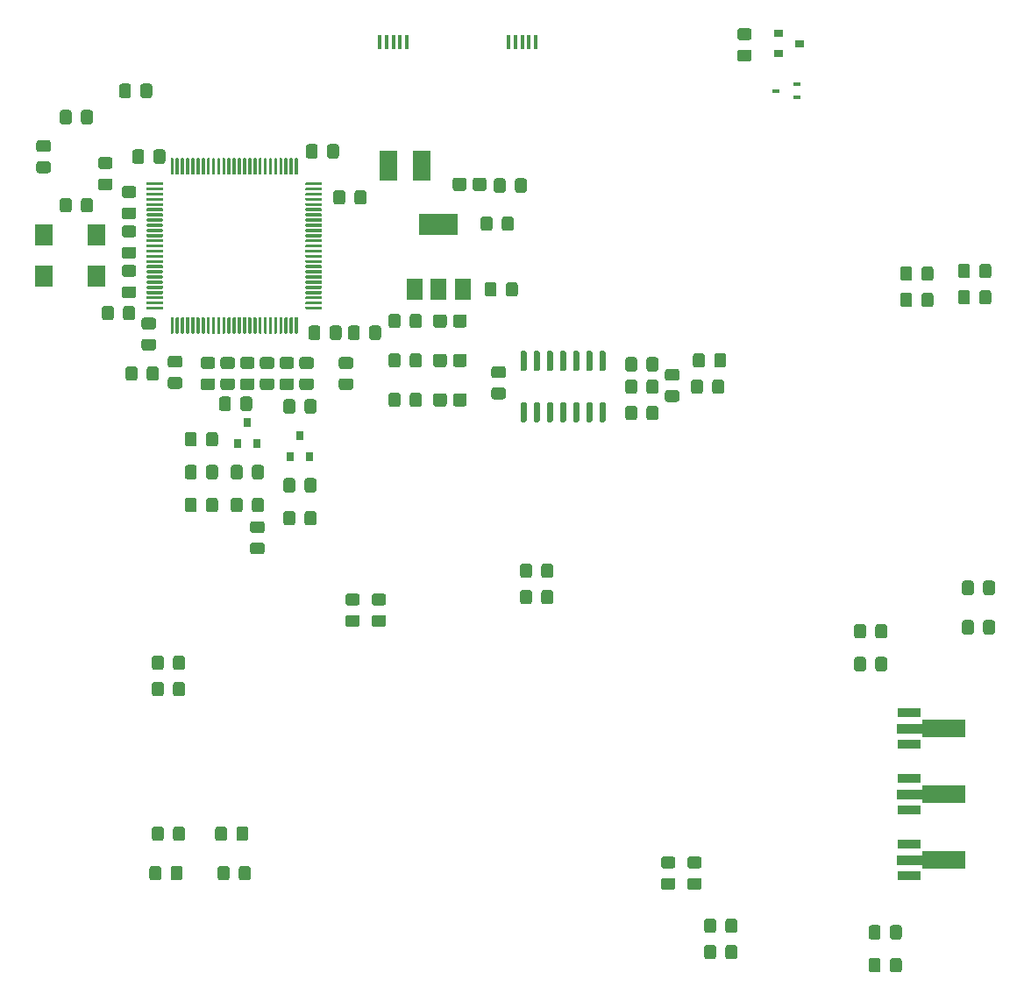
<source format=gtp>
G04 #@! TF.GenerationSoftware,KiCad,Pcbnew,(5.1.10)-1*
G04 #@! TF.CreationDate,2021-10-14T22:16:21+02:00*
G04 #@! TF.ProjectId,H7RTX-V2,48375254-582d-4563-922e-6b696361645f,rev?*
G04 #@! TF.SameCoordinates,Original*
G04 #@! TF.FileFunction,Paste,Top*
G04 #@! TF.FilePolarity,Positive*
%FSLAX46Y46*%
G04 Gerber Fmt 4.6, Leading zero omitted, Abs format (unit mm)*
G04 Created by KiCad (PCBNEW (5.1.10)-1) date 2021-10-14 22:16:21*
%MOMM*%
%LPD*%
G01*
G04 APERTURE LIST*
%ADD10R,1.800000X2.900000*%
%ADD11R,0.700000X0.450000*%
%ADD12C,0.100000*%
%ADD13R,2.300000X0.900000*%
%ADD14R,0.800000X0.900000*%
%ADD15R,0.900000X0.800000*%
%ADD16R,1.800000X2.000000*%
%ADD17R,1.500000X2.000000*%
%ADD18R,3.800000X2.000000*%
%ADD19R,0.400000X1.350000*%
G04 APERTURE END LIST*
G36*
G01*
X158916000Y-65946000D02*
X158916000Y-64496000D01*
G75*
G02*
X158991000Y-64421000I75000J0D01*
G01*
X159141000Y-64421000D01*
G75*
G02*
X159216000Y-64496000I0J-75000D01*
G01*
X159216000Y-65946000D01*
G75*
G02*
X159141000Y-66021000I-75000J0D01*
G01*
X158991000Y-66021000D01*
G75*
G02*
X158916000Y-65946000I0J75000D01*
G01*
G37*
G36*
G01*
X159416000Y-65946000D02*
X159416000Y-64496000D01*
G75*
G02*
X159491000Y-64421000I75000J0D01*
G01*
X159641000Y-64421000D01*
G75*
G02*
X159716000Y-64496000I0J-75000D01*
G01*
X159716000Y-65946000D01*
G75*
G02*
X159641000Y-66021000I-75000J0D01*
G01*
X159491000Y-66021000D01*
G75*
G02*
X159416000Y-65946000I0J75000D01*
G01*
G37*
G36*
G01*
X159916000Y-65946000D02*
X159916000Y-64496000D01*
G75*
G02*
X159991000Y-64421000I75000J0D01*
G01*
X160141000Y-64421000D01*
G75*
G02*
X160216000Y-64496000I0J-75000D01*
G01*
X160216000Y-65946000D01*
G75*
G02*
X160141000Y-66021000I-75000J0D01*
G01*
X159991000Y-66021000D01*
G75*
G02*
X159916000Y-65946000I0J75000D01*
G01*
G37*
G36*
G01*
X160416000Y-65946000D02*
X160416000Y-64496000D01*
G75*
G02*
X160491000Y-64421000I75000J0D01*
G01*
X160641000Y-64421000D01*
G75*
G02*
X160716000Y-64496000I0J-75000D01*
G01*
X160716000Y-65946000D01*
G75*
G02*
X160641000Y-66021000I-75000J0D01*
G01*
X160491000Y-66021000D01*
G75*
G02*
X160416000Y-65946000I0J75000D01*
G01*
G37*
G36*
G01*
X160916000Y-65946000D02*
X160916000Y-64496000D01*
G75*
G02*
X160991000Y-64421000I75000J0D01*
G01*
X161141000Y-64421000D01*
G75*
G02*
X161216000Y-64496000I0J-75000D01*
G01*
X161216000Y-65946000D01*
G75*
G02*
X161141000Y-66021000I-75000J0D01*
G01*
X160991000Y-66021000D01*
G75*
G02*
X160916000Y-65946000I0J75000D01*
G01*
G37*
G36*
G01*
X161416000Y-65946000D02*
X161416000Y-64496000D01*
G75*
G02*
X161491000Y-64421000I75000J0D01*
G01*
X161641000Y-64421000D01*
G75*
G02*
X161716000Y-64496000I0J-75000D01*
G01*
X161716000Y-65946000D01*
G75*
G02*
X161641000Y-66021000I-75000J0D01*
G01*
X161491000Y-66021000D01*
G75*
G02*
X161416000Y-65946000I0J75000D01*
G01*
G37*
G36*
G01*
X161916000Y-65946000D02*
X161916000Y-64496000D01*
G75*
G02*
X161991000Y-64421000I75000J0D01*
G01*
X162141000Y-64421000D01*
G75*
G02*
X162216000Y-64496000I0J-75000D01*
G01*
X162216000Y-65946000D01*
G75*
G02*
X162141000Y-66021000I-75000J0D01*
G01*
X161991000Y-66021000D01*
G75*
G02*
X161916000Y-65946000I0J75000D01*
G01*
G37*
G36*
G01*
X162416000Y-65946000D02*
X162416000Y-64496000D01*
G75*
G02*
X162491000Y-64421000I75000J0D01*
G01*
X162641000Y-64421000D01*
G75*
G02*
X162716000Y-64496000I0J-75000D01*
G01*
X162716000Y-65946000D01*
G75*
G02*
X162641000Y-66021000I-75000J0D01*
G01*
X162491000Y-66021000D01*
G75*
G02*
X162416000Y-65946000I0J75000D01*
G01*
G37*
G36*
G01*
X162916000Y-65946000D02*
X162916000Y-64496000D01*
G75*
G02*
X162991000Y-64421000I75000J0D01*
G01*
X163141000Y-64421000D01*
G75*
G02*
X163216000Y-64496000I0J-75000D01*
G01*
X163216000Y-65946000D01*
G75*
G02*
X163141000Y-66021000I-75000J0D01*
G01*
X162991000Y-66021000D01*
G75*
G02*
X162916000Y-65946000I0J75000D01*
G01*
G37*
G36*
G01*
X163416000Y-65946000D02*
X163416000Y-64496000D01*
G75*
G02*
X163491000Y-64421000I75000J0D01*
G01*
X163641000Y-64421000D01*
G75*
G02*
X163716000Y-64496000I0J-75000D01*
G01*
X163716000Y-65946000D01*
G75*
G02*
X163641000Y-66021000I-75000J0D01*
G01*
X163491000Y-66021000D01*
G75*
G02*
X163416000Y-65946000I0J75000D01*
G01*
G37*
G36*
G01*
X163916000Y-65946000D02*
X163916000Y-64496000D01*
G75*
G02*
X163991000Y-64421000I75000J0D01*
G01*
X164141000Y-64421000D01*
G75*
G02*
X164216000Y-64496000I0J-75000D01*
G01*
X164216000Y-65946000D01*
G75*
G02*
X164141000Y-66021000I-75000J0D01*
G01*
X163991000Y-66021000D01*
G75*
G02*
X163916000Y-65946000I0J75000D01*
G01*
G37*
G36*
G01*
X164416000Y-65946000D02*
X164416000Y-64496000D01*
G75*
G02*
X164491000Y-64421000I75000J0D01*
G01*
X164641000Y-64421000D01*
G75*
G02*
X164716000Y-64496000I0J-75000D01*
G01*
X164716000Y-65946000D01*
G75*
G02*
X164641000Y-66021000I-75000J0D01*
G01*
X164491000Y-66021000D01*
G75*
G02*
X164416000Y-65946000I0J75000D01*
G01*
G37*
G36*
G01*
X164916000Y-65946000D02*
X164916000Y-64496000D01*
G75*
G02*
X164991000Y-64421000I75000J0D01*
G01*
X165141000Y-64421000D01*
G75*
G02*
X165216000Y-64496000I0J-75000D01*
G01*
X165216000Y-65946000D01*
G75*
G02*
X165141000Y-66021000I-75000J0D01*
G01*
X164991000Y-66021000D01*
G75*
G02*
X164916000Y-65946000I0J75000D01*
G01*
G37*
G36*
G01*
X165416000Y-65946000D02*
X165416000Y-64496000D01*
G75*
G02*
X165491000Y-64421000I75000J0D01*
G01*
X165641000Y-64421000D01*
G75*
G02*
X165716000Y-64496000I0J-75000D01*
G01*
X165716000Y-65946000D01*
G75*
G02*
X165641000Y-66021000I-75000J0D01*
G01*
X165491000Y-66021000D01*
G75*
G02*
X165416000Y-65946000I0J75000D01*
G01*
G37*
G36*
G01*
X165916000Y-65946000D02*
X165916000Y-64496000D01*
G75*
G02*
X165991000Y-64421000I75000J0D01*
G01*
X166141000Y-64421000D01*
G75*
G02*
X166216000Y-64496000I0J-75000D01*
G01*
X166216000Y-65946000D01*
G75*
G02*
X166141000Y-66021000I-75000J0D01*
G01*
X165991000Y-66021000D01*
G75*
G02*
X165916000Y-65946000I0J75000D01*
G01*
G37*
G36*
G01*
X166416000Y-65946000D02*
X166416000Y-64496000D01*
G75*
G02*
X166491000Y-64421000I75000J0D01*
G01*
X166641000Y-64421000D01*
G75*
G02*
X166716000Y-64496000I0J-75000D01*
G01*
X166716000Y-65946000D01*
G75*
G02*
X166641000Y-66021000I-75000J0D01*
G01*
X166491000Y-66021000D01*
G75*
G02*
X166416000Y-65946000I0J75000D01*
G01*
G37*
G36*
G01*
X166916000Y-65946000D02*
X166916000Y-64496000D01*
G75*
G02*
X166991000Y-64421000I75000J0D01*
G01*
X167141000Y-64421000D01*
G75*
G02*
X167216000Y-64496000I0J-75000D01*
G01*
X167216000Y-65946000D01*
G75*
G02*
X167141000Y-66021000I-75000J0D01*
G01*
X166991000Y-66021000D01*
G75*
G02*
X166916000Y-65946000I0J75000D01*
G01*
G37*
G36*
G01*
X167416000Y-65946000D02*
X167416000Y-64496000D01*
G75*
G02*
X167491000Y-64421000I75000J0D01*
G01*
X167641000Y-64421000D01*
G75*
G02*
X167716000Y-64496000I0J-75000D01*
G01*
X167716000Y-65946000D01*
G75*
G02*
X167641000Y-66021000I-75000J0D01*
G01*
X167491000Y-66021000D01*
G75*
G02*
X167416000Y-65946000I0J75000D01*
G01*
G37*
G36*
G01*
X167916000Y-65946000D02*
X167916000Y-64496000D01*
G75*
G02*
X167991000Y-64421000I75000J0D01*
G01*
X168141000Y-64421000D01*
G75*
G02*
X168216000Y-64496000I0J-75000D01*
G01*
X168216000Y-65946000D01*
G75*
G02*
X168141000Y-66021000I-75000J0D01*
G01*
X167991000Y-66021000D01*
G75*
G02*
X167916000Y-65946000I0J75000D01*
G01*
G37*
G36*
G01*
X168416000Y-65946000D02*
X168416000Y-64496000D01*
G75*
G02*
X168491000Y-64421000I75000J0D01*
G01*
X168641000Y-64421000D01*
G75*
G02*
X168716000Y-64496000I0J-75000D01*
G01*
X168716000Y-65946000D01*
G75*
G02*
X168641000Y-66021000I-75000J0D01*
G01*
X168491000Y-66021000D01*
G75*
G02*
X168416000Y-65946000I0J75000D01*
G01*
G37*
G36*
G01*
X168916000Y-65946000D02*
X168916000Y-64496000D01*
G75*
G02*
X168991000Y-64421000I75000J0D01*
G01*
X169141000Y-64421000D01*
G75*
G02*
X169216000Y-64496000I0J-75000D01*
G01*
X169216000Y-65946000D01*
G75*
G02*
X169141000Y-66021000I-75000J0D01*
G01*
X168991000Y-66021000D01*
G75*
G02*
X168916000Y-65946000I0J75000D01*
G01*
G37*
G36*
G01*
X169416000Y-65946000D02*
X169416000Y-64496000D01*
G75*
G02*
X169491000Y-64421000I75000J0D01*
G01*
X169641000Y-64421000D01*
G75*
G02*
X169716000Y-64496000I0J-75000D01*
G01*
X169716000Y-65946000D01*
G75*
G02*
X169641000Y-66021000I-75000J0D01*
G01*
X169491000Y-66021000D01*
G75*
G02*
X169416000Y-65946000I0J75000D01*
G01*
G37*
G36*
G01*
X169916000Y-65946000D02*
X169916000Y-64496000D01*
G75*
G02*
X169991000Y-64421000I75000J0D01*
G01*
X170141000Y-64421000D01*
G75*
G02*
X170216000Y-64496000I0J-75000D01*
G01*
X170216000Y-65946000D01*
G75*
G02*
X170141000Y-66021000I-75000J0D01*
G01*
X169991000Y-66021000D01*
G75*
G02*
X169916000Y-65946000I0J75000D01*
G01*
G37*
G36*
G01*
X170416000Y-65946000D02*
X170416000Y-64496000D01*
G75*
G02*
X170491000Y-64421000I75000J0D01*
G01*
X170641000Y-64421000D01*
G75*
G02*
X170716000Y-64496000I0J-75000D01*
G01*
X170716000Y-65946000D01*
G75*
G02*
X170641000Y-66021000I-75000J0D01*
G01*
X170491000Y-66021000D01*
G75*
G02*
X170416000Y-65946000I0J75000D01*
G01*
G37*
G36*
G01*
X170916000Y-65946000D02*
X170916000Y-64496000D01*
G75*
G02*
X170991000Y-64421000I75000J0D01*
G01*
X171141000Y-64421000D01*
G75*
G02*
X171216000Y-64496000I0J-75000D01*
G01*
X171216000Y-65946000D01*
G75*
G02*
X171141000Y-66021000I-75000J0D01*
G01*
X170991000Y-66021000D01*
G75*
G02*
X170916000Y-65946000I0J75000D01*
G01*
G37*
G36*
G01*
X171941000Y-66971000D02*
X171941000Y-66821000D01*
G75*
G02*
X172016000Y-66746000I75000J0D01*
G01*
X173466000Y-66746000D01*
G75*
G02*
X173541000Y-66821000I0J-75000D01*
G01*
X173541000Y-66971000D01*
G75*
G02*
X173466000Y-67046000I-75000J0D01*
G01*
X172016000Y-67046000D01*
G75*
G02*
X171941000Y-66971000I0J75000D01*
G01*
G37*
G36*
G01*
X171941000Y-67471000D02*
X171941000Y-67321000D01*
G75*
G02*
X172016000Y-67246000I75000J0D01*
G01*
X173466000Y-67246000D01*
G75*
G02*
X173541000Y-67321000I0J-75000D01*
G01*
X173541000Y-67471000D01*
G75*
G02*
X173466000Y-67546000I-75000J0D01*
G01*
X172016000Y-67546000D01*
G75*
G02*
X171941000Y-67471000I0J75000D01*
G01*
G37*
G36*
G01*
X171941000Y-67971000D02*
X171941000Y-67821000D01*
G75*
G02*
X172016000Y-67746000I75000J0D01*
G01*
X173466000Y-67746000D01*
G75*
G02*
X173541000Y-67821000I0J-75000D01*
G01*
X173541000Y-67971000D01*
G75*
G02*
X173466000Y-68046000I-75000J0D01*
G01*
X172016000Y-68046000D01*
G75*
G02*
X171941000Y-67971000I0J75000D01*
G01*
G37*
G36*
G01*
X171941000Y-68471000D02*
X171941000Y-68321000D01*
G75*
G02*
X172016000Y-68246000I75000J0D01*
G01*
X173466000Y-68246000D01*
G75*
G02*
X173541000Y-68321000I0J-75000D01*
G01*
X173541000Y-68471000D01*
G75*
G02*
X173466000Y-68546000I-75000J0D01*
G01*
X172016000Y-68546000D01*
G75*
G02*
X171941000Y-68471000I0J75000D01*
G01*
G37*
G36*
G01*
X171941000Y-68971000D02*
X171941000Y-68821000D01*
G75*
G02*
X172016000Y-68746000I75000J0D01*
G01*
X173466000Y-68746000D01*
G75*
G02*
X173541000Y-68821000I0J-75000D01*
G01*
X173541000Y-68971000D01*
G75*
G02*
X173466000Y-69046000I-75000J0D01*
G01*
X172016000Y-69046000D01*
G75*
G02*
X171941000Y-68971000I0J75000D01*
G01*
G37*
G36*
G01*
X171941000Y-69471000D02*
X171941000Y-69321000D01*
G75*
G02*
X172016000Y-69246000I75000J0D01*
G01*
X173466000Y-69246000D01*
G75*
G02*
X173541000Y-69321000I0J-75000D01*
G01*
X173541000Y-69471000D01*
G75*
G02*
X173466000Y-69546000I-75000J0D01*
G01*
X172016000Y-69546000D01*
G75*
G02*
X171941000Y-69471000I0J75000D01*
G01*
G37*
G36*
G01*
X171941000Y-69971000D02*
X171941000Y-69821000D01*
G75*
G02*
X172016000Y-69746000I75000J0D01*
G01*
X173466000Y-69746000D01*
G75*
G02*
X173541000Y-69821000I0J-75000D01*
G01*
X173541000Y-69971000D01*
G75*
G02*
X173466000Y-70046000I-75000J0D01*
G01*
X172016000Y-70046000D01*
G75*
G02*
X171941000Y-69971000I0J75000D01*
G01*
G37*
G36*
G01*
X171941000Y-70471000D02*
X171941000Y-70321000D01*
G75*
G02*
X172016000Y-70246000I75000J0D01*
G01*
X173466000Y-70246000D01*
G75*
G02*
X173541000Y-70321000I0J-75000D01*
G01*
X173541000Y-70471000D01*
G75*
G02*
X173466000Y-70546000I-75000J0D01*
G01*
X172016000Y-70546000D01*
G75*
G02*
X171941000Y-70471000I0J75000D01*
G01*
G37*
G36*
G01*
X171941000Y-70971000D02*
X171941000Y-70821000D01*
G75*
G02*
X172016000Y-70746000I75000J0D01*
G01*
X173466000Y-70746000D01*
G75*
G02*
X173541000Y-70821000I0J-75000D01*
G01*
X173541000Y-70971000D01*
G75*
G02*
X173466000Y-71046000I-75000J0D01*
G01*
X172016000Y-71046000D01*
G75*
G02*
X171941000Y-70971000I0J75000D01*
G01*
G37*
G36*
G01*
X171941000Y-71471000D02*
X171941000Y-71321000D01*
G75*
G02*
X172016000Y-71246000I75000J0D01*
G01*
X173466000Y-71246000D01*
G75*
G02*
X173541000Y-71321000I0J-75000D01*
G01*
X173541000Y-71471000D01*
G75*
G02*
X173466000Y-71546000I-75000J0D01*
G01*
X172016000Y-71546000D01*
G75*
G02*
X171941000Y-71471000I0J75000D01*
G01*
G37*
G36*
G01*
X171941000Y-71971000D02*
X171941000Y-71821000D01*
G75*
G02*
X172016000Y-71746000I75000J0D01*
G01*
X173466000Y-71746000D01*
G75*
G02*
X173541000Y-71821000I0J-75000D01*
G01*
X173541000Y-71971000D01*
G75*
G02*
X173466000Y-72046000I-75000J0D01*
G01*
X172016000Y-72046000D01*
G75*
G02*
X171941000Y-71971000I0J75000D01*
G01*
G37*
G36*
G01*
X171941000Y-72471000D02*
X171941000Y-72321000D01*
G75*
G02*
X172016000Y-72246000I75000J0D01*
G01*
X173466000Y-72246000D01*
G75*
G02*
X173541000Y-72321000I0J-75000D01*
G01*
X173541000Y-72471000D01*
G75*
G02*
X173466000Y-72546000I-75000J0D01*
G01*
X172016000Y-72546000D01*
G75*
G02*
X171941000Y-72471000I0J75000D01*
G01*
G37*
G36*
G01*
X171941000Y-72971000D02*
X171941000Y-72821000D01*
G75*
G02*
X172016000Y-72746000I75000J0D01*
G01*
X173466000Y-72746000D01*
G75*
G02*
X173541000Y-72821000I0J-75000D01*
G01*
X173541000Y-72971000D01*
G75*
G02*
X173466000Y-73046000I-75000J0D01*
G01*
X172016000Y-73046000D01*
G75*
G02*
X171941000Y-72971000I0J75000D01*
G01*
G37*
G36*
G01*
X171941000Y-73471000D02*
X171941000Y-73321000D01*
G75*
G02*
X172016000Y-73246000I75000J0D01*
G01*
X173466000Y-73246000D01*
G75*
G02*
X173541000Y-73321000I0J-75000D01*
G01*
X173541000Y-73471000D01*
G75*
G02*
X173466000Y-73546000I-75000J0D01*
G01*
X172016000Y-73546000D01*
G75*
G02*
X171941000Y-73471000I0J75000D01*
G01*
G37*
G36*
G01*
X171941000Y-73971000D02*
X171941000Y-73821000D01*
G75*
G02*
X172016000Y-73746000I75000J0D01*
G01*
X173466000Y-73746000D01*
G75*
G02*
X173541000Y-73821000I0J-75000D01*
G01*
X173541000Y-73971000D01*
G75*
G02*
X173466000Y-74046000I-75000J0D01*
G01*
X172016000Y-74046000D01*
G75*
G02*
X171941000Y-73971000I0J75000D01*
G01*
G37*
G36*
G01*
X171941000Y-74471000D02*
X171941000Y-74321000D01*
G75*
G02*
X172016000Y-74246000I75000J0D01*
G01*
X173466000Y-74246000D01*
G75*
G02*
X173541000Y-74321000I0J-75000D01*
G01*
X173541000Y-74471000D01*
G75*
G02*
X173466000Y-74546000I-75000J0D01*
G01*
X172016000Y-74546000D01*
G75*
G02*
X171941000Y-74471000I0J75000D01*
G01*
G37*
G36*
G01*
X171941000Y-74971000D02*
X171941000Y-74821000D01*
G75*
G02*
X172016000Y-74746000I75000J0D01*
G01*
X173466000Y-74746000D01*
G75*
G02*
X173541000Y-74821000I0J-75000D01*
G01*
X173541000Y-74971000D01*
G75*
G02*
X173466000Y-75046000I-75000J0D01*
G01*
X172016000Y-75046000D01*
G75*
G02*
X171941000Y-74971000I0J75000D01*
G01*
G37*
G36*
G01*
X171941000Y-75471000D02*
X171941000Y-75321000D01*
G75*
G02*
X172016000Y-75246000I75000J0D01*
G01*
X173466000Y-75246000D01*
G75*
G02*
X173541000Y-75321000I0J-75000D01*
G01*
X173541000Y-75471000D01*
G75*
G02*
X173466000Y-75546000I-75000J0D01*
G01*
X172016000Y-75546000D01*
G75*
G02*
X171941000Y-75471000I0J75000D01*
G01*
G37*
G36*
G01*
X171941000Y-75971000D02*
X171941000Y-75821000D01*
G75*
G02*
X172016000Y-75746000I75000J0D01*
G01*
X173466000Y-75746000D01*
G75*
G02*
X173541000Y-75821000I0J-75000D01*
G01*
X173541000Y-75971000D01*
G75*
G02*
X173466000Y-76046000I-75000J0D01*
G01*
X172016000Y-76046000D01*
G75*
G02*
X171941000Y-75971000I0J75000D01*
G01*
G37*
G36*
G01*
X171941000Y-76471000D02*
X171941000Y-76321000D01*
G75*
G02*
X172016000Y-76246000I75000J0D01*
G01*
X173466000Y-76246000D01*
G75*
G02*
X173541000Y-76321000I0J-75000D01*
G01*
X173541000Y-76471000D01*
G75*
G02*
X173466000Y-76546000I-75000J0D01*
G01*
X172016000Y-76546000D01*
G75*
G02*
X171941000Y-76471000I0J75000D01*
G01*
G37*
G36*
G01*
X171941000Y-76971000D02*
X171941000Y-76821000D01*
G75*
G02*
X172016000Y-76746000I75000J0D01*
G01*
X173466000Y-76746000D01*
G75*
G02*
X173541000Y-76821000I0J-75000D01*
G01*
X173541000Y-76971000D01*
G75*
G02*
X173466000Y-77046000I-75000J0D01*
G01*
X172016000Y-77046000D01*
G75*
G02*
X171941000Y-76971000I0J75000D01*
G01*
G37*
G36*
G01*
X171941000Y-77471000D02*
X171941000Y-77321000D01*
G75*
G02*
X172016000Y-77246000I75000J0D01*
G01*
X173466000Y-77246000D01*
G75*
G02*
X173541000Y-77321000I0J-75000D01*
G01*
X173541000Y-77471000D01*
G75*
G02*
X173466000Y-77546000I-75000J0D01*
G01*
X172016000Y-77546000D01*
G75*
G02*
X171941000Y-77471000I0J75000D01*
G01*
G37*
G36*
G01*
X171941000Y-77971000D02*
X171941000Y-77821000D01*
G75*
G02*
X172016000Y-77746000I75000J0D01*
G01*
X173466000Y-77746000D01*
G75*
G02*
X173541000Y-77821000I0J-75000D01*
G01*
X173541000Y-77971000D01*
G75*
G02*
X173466000Y-78046000I-75000J0D01*
G01*
X172016000Y-78046000D01*
G75*
G02*
X171941000Y-77971000I0J75000D01*
G01*
G37*
G36*
G01*
X171941000Y-78471000D02*
X171941000Y-78321000D01*
G75*
G02*
X172016000Y-78246000I75000J0D01*
G01*
X173466000Y-78246000D01*
G75*
G02*
X173541000Y-78321000I0J-75000D01*
G01*
X173541000Y-78471000D01*
G75*
G02*
X173466000Y-78546000I-75000J0D01*
G01*
X172016000Y-78546000D01*
G75*
G02*
X171941000Y-78471000I0J75000D01*
G01*
G37*
G36*
G01*
X171941000Y-78971000D02*
X171941000Y-78821000D01*
G75*
G02*
X172016000Y-78746000I75000J0D01*
G01*
X173466000Y-78746000D01*
G75*
G02*
X173541000Y-78821000I0J-75000D01*
G01*
X173541000Y-78971000D01*
G75*
G02*
X173466000Y-79046000I-75000J0D01*
G01*
X172016000Y-79046000D01*
G75*
G02*
X171941000Y-78971000I0J75000D01*
G01*
G37*
G36*
G01*
X170916000Y-81296000D02*
X170916000Y-79846000D01*
G75*
G02*
X170991000Y-79771000I75000J0D01*
G01*
X171141000Y-79771000D01*
G75*
G02*
X171216000Y-79846000I0J-75000D01*
G01*
X171216000Y-81296000D01*
G75*
G02*
X171141000Y-81371000I-75000J0D01*
G01*
X170991000Y-81371000D01*
G75*
G02*
X170916000Y-81296000I0J75000D01*
G01*
G37*
G36*
G01*
X170416000Y-81296000D02*
X170416000Y-79846000D01*
G75*
G02*
X170491000Y-79771000I75000J0D01*
G01*
X170641000Y-79771000D01*
G75*
G02*
X170716000Y-79846000I0J-75000D01*
G01*
X170716000Y-81296000D01*
G75*
G02*
X170641000Y-81371000I-75000J0D01*
G01*
X170491000Y-81371000D01*
G75*
G02*
X170416000Y-81296000I0J75000D01*
G01*
G37*
G36*
G01*
X169916000Y-81296000D02*
X169916000Y-79846000D01*
G75*
G02*
X169991000Y-79771000I75000J0D01*
G01*
X170141000Y-79771000D01*
G75*
G02*
X170216000Y-79846000I0J-75000D01*
G01*
X170216000Y-81296000D01*
G75*
G02*
X170141000Y-81371000I-75000J0D01*
G01*
X169991000Y-81371000D01*
G75*
G02*
X169916000Y-81296000I0J75000D01*
G01*
G37*
G36*
G01*
X169416000Y-81296000D02*
X169416000Y-79846000D01*
G75*
G02*
X169491000Y-79771000I75000J0D01*
G01*
X169641000Y-79771000D01*
G75*
G02*
X169716000Y-79846000I0J-75000D01*
G01*
X169716000Y-81296000D01*
G75*
G02*
X169641000Y-81371000I-75000J0D01*
G01*
X169491000Y-81371000D01*
G75*
G02*
X169416000Y-81296000I0J75000D01*
G01*
G37*
G36*
G01*
X168916000Y-81296000D02*
X168916000Y-79846000D01*
G75*
G02*
X168991000Y-79771000I75000J0D01*
G01*
X169141000Y-79771000D01*
G75*
G02*
X169216000Y-79846000I0J-75000D01*
G01*
X169216000Y-81296000D01*
G75*
G02*
X169141000Y-81371000I-75000J0D01*
G01*
X168991000Y-81371000D01*
G75*
G02*
X168916000Y-81296000I0J75000D01*
G01*
G37*
G36*
G01*
X168416000Y-81296000D02*
X168416000Y-79846000D01*
G75*
G02*
X168491000Y-79771000I75000J0D01*
G01*
X168641000Y-79771000D01*
G75*
G02*
X168716000Y-79846000I0J-75000D01*
G01*
X168716000Y-81296000D01*
G75*
G02*
X168641000Y-81371000I-75000J0D01*
G01*
X168491000Y-81371000D01*
G75*
G02*
X168416000Y-81296000I0J75000D01*
G01*
G37*
G36*
G01*
X167916000Y-81296000D02*
X167916000Y-79846000D01*
G75*
G02*
X167991000Y-79771000I75000J0D01*
G01*
X168141000Y-79771000D01*
G75*
G02*
X168216000Y-79846000I0J-75000D01*
G01*
X168216000Y-81296000D01*
G75*
G02*
X168141000Y-81371000I-75000J0D01*
G01*
X167991000Y-81371000D01*
G75*
G02*
X167916000Y-81296000I0J75000D01*
G01*
G37*
G36*
G01*
X167416000Y-81296000D02*
X167416000Y-79846000D01*
G75*
G02*
X167491000Y-79771000I75000J0D01*
G01*
X167641000Y-79771000D01*
G75*
G02*
X167716000Y-79846000I0J-75000D01*
G01*
X167716000Y-81296000D01*
G75*
G02*
X167641000Y-81371000I-75000J0D01*
G01*
X167491000Y-81371000D01*
G75*
G02*
X167416000Y-81296000I0J75000D01*
G01*
G37*
G36*
G01*
X166916000Y-81296000D02*
X166916000Y-79846000D01*
G75*
G02*
X166991000Y-79771000I75000J0D01*
G01*
X167141000Y-79771000D01*
G75*
G02*
X167216000Y-79846000I0J-75000D01*
G01*
X167216000Y-81296000D01*
G75*
G02*
X167141000Y-81371000I-75000J0D01*
G01*
X166991000Y-81371000D01*
G75*
G02*
X166916000Y-81296000I0J75000D01*
G01*
G37*
G36*
G01*
X166416000Y-81296000D02*
X166416000Y-79846000D01*
G75*
G02*
X166491000Y-79771000I75000J0D01*
G01*
X166641000Y-79771000D01*
G75*
G02*
X166716000Y-79846000I0J-75000D01*
G01*
X166716000Y-81296000D01*
G75*
G02*
X166641000Y-81371000I-75000J0D01*
G01*
X166491000Y-81371000D01*
G75*
G02*
X166416000Y-81296000I0J75000D01*
G01*
G37*
G36*
G01*
X165916000Y-81296000D02*
X165916000Y-79846000D01*
G75*
G02*
X165991000Y-79771000I75000J0D01*
G01*
X166141000Y-79771000D01*
G75*
G02*
X166216000Y-79846000I0J-75000D01*
G01*
X166216000Y-81296000D01*
G75*
G02*
X166141000Y-81371000I-75000J0D01*
G01*
X165991000Y-81371000D01*
G75*
G02*
X165916000Y-81296000I0J75000D01*
G01*
G37*
G36*
G01*
X165416000Y-81296000D02*
X165416000Y-79846000D01*
G75*
G02*
X165491000Y-79771000I75000J0D01*
G01*
X165641000Y-79771000D01*
G75*
G02*
X165716000Y-79846000I0J-75000D01*
G01*
X165716000Y-81296000D01*
G75*
G02*
X165641000Y-81371000I-75000J0D01*
G01*
X165491000Y-81371000D01*
G75*
G02*
X165416000Y-81296000I0J75000D01*
G01*
G37*
G36*
G01*
X164916000Y-81296000D02*
X164916000Y-79846000D01*
G75*
G02*
X164991000Y-79771000I75000J0D01*
G01*
X165141000Y-79771000D01*
G75*
G02*
X165216000Y-79846000I0J-75000D01*
G01*
X165216000Y-81296000D01*
G75*
G02*
X165141000Y-81371000I-75000J0D01*
G01*
X164991000Y-81371000D01*
G75*
G02*
X164916000Y-81296000I0J75000D01*
G01*
G37*
G36*
G01*
X164416000Y-81296000D02*
X164416000Y-79846000D01*
G75*
G02*
X164491000Y-79771000I75000J0D01*
G01*
X164641000Y-79771000D01*
G75*
G02*
X164716000Y-79846000I0J-75000D01*
G01*
X164716000Y-81296000D01*
G75*
G02*
X164641000Y-81371000I-75000J0D01*
G01*
X164491000Y-81371000D01*
G75*
G02*
X164416000Y-81296000I0J75000D01*
G01*
G37*
G36*
G01*
X163916000Y-81296000D02*
X163916000Y-79846000D01*
G75*
G02*
X163991000Y-79771000I75000J0D01*
G01*
X164141000Y-79771000D01*
G75*
G02*
X164216000Y-79846000I0J-75000D01*
G01*
X164216000Y-81296000D01*
G75*
G02*
X164141000Y-81371000I-75000J0D01*
G01*
X163991000Y-81371000D01*
G75*
G02*
X163916000Y-81296000I0J75000D01*
G01*
G37*
G36*
G01*
X163416000Y-81296000D02*
X163416000Y-79846000D01*
G75*
G02*
X163491000Y-79771000I75000J0D01*
G01*
X163641000Y-79771000D01*
G75*
G02*
X163716000Y-79846000I0J-75000D01*
G01*
X163716000Y-81296000D01*
G75*
G02*
X163641000Y-81371000I-75000J0D01*
G01*
X163491000Y-81371000D01*
G75*
G02*
X163416000Y-81296000I0J75000D01*
G01*
G37*
G36*
G01*
X162916000Y-81296000D02*
X162916000Y-79846000D01*
G75*
G02*
X162991000Y-79771000I75000J0D01*
G01*
X163141000Y-79771000D01*
G75*
G02*
X163216000Y-79846000I0J-75000D01*
G01*
X163216000Y-81296000D01*
G75*
G02*
X163141000Y-81371000I-75000J0D01*
G01*
X162991000Y-81371000D01*
G75*
G02*
X162916000Y-81296000I0J75000D01*
G01*
G37*
G36*
G01*
X162416000Y-81296000D02*
X162416000Y-79846000D01*
G75*
G02*
X162491000Y-79771000I75000J0D01*
G01*
X162641000Y-79771000D01*
G75*
G02*
X162716000Y-79846000I0J-75000D01*
G01*
X162716000Y-81296000D01*
G75*
G02*
X162641000Y-81371000I-75000J0D01*
G01*
X162491000Y-81371000D01*
G75*
G02*
X162416000Y-81296000I0J75000D01*
G01*
G37*
G36*
G01*
X161916000Y-81296000D02*
X161916000Y-79846000D01*
G75*
G02*
X161991000Y-79771000I75000J0D01*
G01*
X162141000Y-79771000D01*
G75*
G02*
X162216000Y-79846000I0J-75000D01*
G01*
X162216000Y-81296000D01*
G75*
G02*
X162141000Y-81371000I-75000J0D01*
G01*
X161991000Y-81371000D01*
G75*
G02*
X161916000Y-81296000I0J75000D01*
G01*
G37*
G36*
G01*
X161416000Y-81296000D02*
X161416000Y-79846000D01*
G75*
G02*
X161491000Y-79771000I75000J0D01*
G01*
X161641000Y-79771000D01*
G75*
G02*
X161716000Y-79846000I0J-75000D01*
G01*
X161716000Y-81296000D01*
G75*
G02*
X161641000Y-81371000I-75000J0D01*
G01*
X161491000Y-81371000D01*
G75*
G02*
X161416000Y-81296000I0J75000D01*
G01*
G37*
G36*
G01*
X160916000Y-81296000D02*
X160916000Y-79846000D01*
G75*
G02*
X160991000Y-79771000I75000J0D01*
G01*
X161141000Y-79771000D01*
G75*
G02*
X161216000Y-79846000I0J-75000D01*
G01*
X161216000Y-81296000D01*
G75*
G02*
X161141000Y-81371000I-75000J0D01*
G01*
X160991000Y-81371000D01*
G75*
G02*
X160916000Y-81296000I0J75000D01*
G01*
G37*
G36*
G01*
X160416000Y-81296000D02*
X160416000Y-79846000D01*
G75*
G02*
X160491000Y-79771000I75000J0D01*
G01*
X160641000Y-79771000D01*
G75*
G02*
X160716000Y-79846000I0J-75000D01*
G01*
X160716000Y-81296000D01*
G75*
G02*
X160641000Y-81371000I-75000J0D01*
G01*
X160491000Y-81371000D01*
G75*
G02*
X160416000Y-81296000I0J75000D01*
G01*
G37*
G36*
G01*
X159916000Y-81296000D02*
X159916000Y-79846000D01*
G75*
G02*
X159991000Y-79771000I75000J0D01*
G01*
X160141000Y-79771000D01*
G75*
G02*
X160216000Y-79846000I0J-75000D01*
G01*
X160216000Y-81296000D01*
G75*
G02*
X160141000Y-81371000I-75000J0D01*
G01*
X159991000Y-81371000D01*
G75*
G02*
X159916000Y-81296000I0J75000D01*
G01*
G37*
G36*
G01*
X159416000Y-81296000D02*
X159416000Y-79846000D01*
G75*
G02*
X159491000Y-79771000I75000J0D01*
G01*
X159641000Y-79771000D01*
G75*
G02*
X159716000Y-79846000I0J-75000D01*
G01*
X159716000Y-81296000D01*
G75*
G02*
X159641000Y-81371000I-75000J0D01*
G01*
X159491000Y-81371000D01*
G75*
G02*
X159416000Y-81296000I0J75000D01*
G01*
G37*
G36*
G01*
X158916000Y-81296000D02*
X158916000Y-79846000D01*
G75*
G02*
X158991000Y-79771000I75000J0D01*
G01*
X159141000Y-79771000D01*
G75*
G02*
X159216000Y-79846000I0J-75000D01*
G01*
X159216000Y-81296000D01*
G75*
G02*
X159141000Y-81371000I-75000J0D01*
G01*
X158991000Y-81371000D01*
G75*
G02*
X158916000Y-81296000I0J75000D01*
G01*
G37*
G36*
G01*
X156591000Y-78971000D02*
X156591000Y-78821000D01*
G75*
G02*
X156666000Y-78746000I75000J0D01*
G01*
X158116000Y-78746000D01*
G75*
G02*
X158191000Y-78821000I0J-75000D01*
G01*
X158191000Y-78971000D01*
G75*
G02*
X158116000Y-79046000I-75000J0D01*
G01*
X156666000Y-79046000D01*
G75*
G02*
X156591000Y-78971000I0J75000D01*
G01*
G37*
G36*
G01*
X156591000Y-78471000D02*
X156591000Y-78321000D01*
G75*
G02*
X156666000Y-78246000I75000J0D01*
G01*
X158116000Y-78246000D01*
G75*
G02*
X158191000Y-78321000I0J-75000D01*
G01*
X158191000Y-78471000D01*
G75*
G02*
X158116000Y-78546000I-75000J0D01*
G01*
X156666000Y-78546000D01*
G75*
G02*
X156591000Y-78471000I0J75000D01*
G01*
G37*
G36*
G01*
X156591000Y-77971000D02*
X156591000Y-77821000D01*
G75*
G02*
X156666000Y-77746000I75000J0D01*
G01*
X158116000Y-77746000D01*
G75*
G02*
X158191000Y-77821000I0J-75000D01*
G01*
X158191000Y-77971000D01*
G75*
G02*
X158116000Y-78046000I-75000J0D01*
G01*
X156666000Y-78046000D01*
G75*
G02*
X156591000Y-77971000I0J75000D01*
G01*
G37*
G36*
G01*
X156591000Y-77471000D02*
X156591000Y-77321000D01*
G75*
G02*
X156666000Y-77246000I75000J0D01*
G01*
X158116000Y-77246000D01*
G75*
G02*
X158191000Y-77321000I0J-75000D01*
G01*
X158191000Y-77471000D01*
G75*
G02*
X158116000Y-77546000I-75000J0D01*
G01*
X156666000Y-77546000D01*
G75*
G02*
X156591000Y-77471000I0J75000D01*
G01*
G37*
G36*
G01*
X156591000Y-76971000D02*
X156591000Y-76821000D01*
G75*
G02*
X156666000Y-76746000I75000J0D01*
G01*
X158116000Y-76746000D01*
G75*
G02*
X158191000Y-76821000I0J-75000D01*
G01*
X158191000Y-76971000D01*
G75*
G02*
X158116000Y-77046000I-75000J0D01*
G01*
X156666000Y-77046000D01*
G75*
G02*
X156591000Y-76971000I0J75000D01*
G01*
G37*
G36*
G01*
X156591000Y-76471000D02*
X156591000Y-76321000D01*
G75*
G02*
X156666000Y-76246000I75000J0D01*
G01*
X158116000Y-76246000D01*
G75*
G02*
X158191000Y-76321000I0J-75000D01*
G01*
X158191000Y-76471000D01*
G75*
G02*
X158116000Y-76546000I-75000J0D01*
G01*
X156666000Y-76546000D01*
G75*
G02*
X156591000Y-76471000I0J75000D01*
G01*
G37*
G36*
G01*
X156591000Y-75971000D02*
X156591000Y-75821000D01*
G75*
G02*
X156666000Y-75746000I75000J0D01*
G01*
X158116000Y-75746000D01*
G75*
G02*
X158191000Y-75821000I0J-75000D01*
G01*
X158191000Y-75971000D01*
G75*
G02*
X158116000Y-76046000I-75000J0D01*
G01*
X156666000Y-76046000D01*
G75*
G02*
X156591000Y-75971000I0J75000D01*
G01*
G37*
G36*
G01*
X156591000Y-75471000D02*
X156591000Y-75321000D01*
G75*
G02*
X156666000Y-75246000I75000J0D01*
G01*
X158116000Y-75246000D01*
G75*
G02*
X158191000Y-75321000I0J-75000D01*
G01*
X158191000Y-75471000D01*
G75*
G02*
X158116000Y-75546000I-75000J0D01*
G01*
X156666000Y-75546000D01*
G75*
G02*
X156591000Y-75471000I0J75000D01*
G01*
G37*
G36*
G01*
X156591000Y-74971000D02*
X156591000Y-74821000D01*
G75*
G02*
X156666000Y-74746000I75000J0D01*
G01*
X158116000Y-74746000D01*
G75*
G02*
X158191000Y-74821000I0J-75000D01*
G01*
X158191000Y-74971000D01*
G75*
G02*
X158116000Y-75046000I-75000J0D01*
G01*
X156666000Y-75046000D01*
G75*
G02*
X156591000Y-74971000I0J75000D01*
G01*
G37*
G36*
G01*
X156591000Y-74471000D02*
X156591000Y-74321000D01*
G75*
G02*
X156666000Y-74246000I75000J0D01*
G01*
X158116000Y-74246000D01*
G75*
G02*
X158191000Y-74321000I0J-75000D01*
G01*
X158191000Y-74471000D01*
G75*
G02*
X158116000Y-74546000I-75000J0D01*
G01*
X156666000Y-74546000D01*
G75*
G02*
X156591000Y-74471000I0J75000D01*
G01*
G37*
G36*
G01*
X156591000Y-73971000D02*
X156591000Y-73821000D01*
G75*
G02*
X156666000Y-73746000I75000J0D01*
G01*
X158116000Y-73746000D01*
G75*
G02*
X158191000Y-73821000I0J-75000D01*
G01*
X158191000Y-73971000D01*
G75*
G02*
X158116000Y-74046000I-75000J0D01*
G01*
X156666000Y-74046000D01*
G75*
G02*
X156591000Y-73971000I0J75000D01*
G01*
G37*
G36*
G01*
X156591000Y-73471000D02*
X156591000Y-73321000D01*
G75*
G02*
X156666000Y-73246000I75000J0D01*
G01*
X158116000Y-73246000D01*
G75*
G02*
X158191000Y-73321000I0J-75000D01*
G01*
X158191000Y-73471000D01*
G75*
G02*
X158116000Y-73546000I-75000J0D01*
G01*
X156666000Y-73546000D01*
G75*
G02*
X156591000Y-73471000I0J75000D01*
G01*
G37*
G36*
G01*
X156591000Y-72971000D02*
X156591000Y-72821000D01*
G75*
G02*
X156666000Y-72746000I75000J0D01*
G01*
X158116000Y-72746000D01*
G75*
G02*
X158191000Y-72821000I0J-75000D01*
G01*
X158191000Y-72971000D01*
G75*
G02*
X158116000Y-73046000I-75000J0D01*
G01*
X156666000Y-73046000D01*
G75*
G02*
X156591000Y-72971000I0J75000D01*
G01*
G37*
G36*
G01*
X156591000Y-72471000D02*
X156591000Y-72321000D01*
G75*
G02*
X156666000Y-72246000I75000J0D01*
G01*
X158116000Y-72246000D01*
G75*
G02*
X158191000Y-72321000I0J-75000D01*
G01*
X158191000Y-72471000D01*
G75*
G02*
X158116000Y-72546000I-75000J0D01*
G01*
X156666000Y-72546000D01*
G75*
G02*
X156591000Y-72471000I0J75000D01*
G01*
G37*
G36*
G01*
X156591000Y-71971000D02*
X156591000Y-71821000D01*
G75*
G02*
X156666000Y-71746000I75000J0D01*
G01*
X158116000Y-71746000D01*
G75*
G02*
X158191000Y-71821000I0J-75000D01*
G01*
X158191000Y-71971000D01*
G75*
G02*
X158116000Y-72046000I-75000J0D01*
G01*
X156666000Y-72046000D01*
G75*
G02*
X156591000Y-71971000I0J75000D01*
G01*
G37*
G36*
G01*
X156591000Y-71471000D02*
X156591000Y-71321000D01*
G75*
G02*
X156666000Y-71246000I75000J0D01*
G01*
X158116000Y-71246000D01*
G75*
G02*
X158191000Y-71321000I0J-75000D01*
G01*
X158191000Y-71471000D01*
G75*
G02*
X158116000Y-71546000I-75000J0D01*
G01*
X156666000Y-71546000D01*
G75*
G02*
X156591000Y-71471000I0J75000D01*
G01*
G37*
G36*
G01*
X156591000Y-70971000D02*
X156591000Y-70821000D01*
G75*
G02*
X156666000Y-70746000I75000J0D01*
G01*
X158116000Y-70746000D01*
G75*
G02*
X158191000Y-70821000I0J-75000D01*
G01*
X158191000Y-70971000D01*
G75*
G02*
X158116000Y-71046000I-75000J0D01*
G01*
X156666000Y-71046000D01*
G75*
G02*
X156591000Y-70971000I0J75000D01*
G01*
G37*
G36*
G01*
X156591000Y-70471000D02*
X156591000Y-70321000D01*
G75*
G02*
X156666000Y-70246000I75000J0D01*
G01*
X158116000Y-70246000D01*
G75*
G02*
X158191000Y-70321000I0J-75000D01*
G01*
X158191000Y-70471000D01*
G75*
G02*
X158116000Y-70546000I-75000J0D01*
G01*
X156666000Y-70546000D01*
G75*
G02*
X156591000Y-70471000I0J75000D01*
G01*
G37*
G36*
G01*
X156591000Y-69971000D02*
X156591000Y-69821000D01*
G75*
G02*
X156666000Y-69746000I75000J0D01*
G01*
X158116000Y-69746000D01*
G75*
G02*
X158191000Y-69821000I0J-75000D01*
G01*
X158191000Y-69971000D01*
G75*
G02*
X158116000Y-70046000I-75000J0D01*
G01*
X156666000Y-70046000D01*
G75*
G02*
X156591000Y-69971000I0J75000D01*
G01*
G37*
G36*
G01*
X156591000Y-69471000D02*
X156591000Y-69321000D01*
G75*
G02*
X156666000Y-69246000I75000J0D01*
G01*
X158116000Y-69246000D01*
G75*
G02*
X158191000Y-69321000I0J-75000D01*
G01*
X158191000Y-69471000D01*
G75*
G02*
X158116000Y-69546000I-75000J0D01*
G01*
X156666000Y-69546000D01*
G75*
G02*
X156591000Y-69471000I0J75000D01*
G01*
G37*
G36*
G01*
X156591000Y-68971000D02*
X156591000Y-68821000D01*
G75*
G02*
X156666000Y-68746000I75000J0D01*
G01*
X158116000Y-68746000D01*
G75*
G02*
X158191000Y-68821000I0J-75000D01*
G01*
X158191000Y-68971000D01*
G75*
G02*
X158116000Y-69046000I-75000J0D01*
G01*
X156666000Y-69046000D01*
G75*
G02*
X156591000Y-68971000I0J75000D01*
G01*
G37*
G36*
G01*
X156591000Y-68471000D02*
X156591000Y-68321000D01*
G75*
G02*
X156666000Y-68246000I75000J0D01*
G01*
X158116000Y-68246000D01*
G75*
G02*
X158191000Y-68321000I0J-75000D01*
G01*
X158191000Y-68471000D01*
G75*
G02*
X158116000Y-68546000I-75000J0D01*
G01*
X156666000Y-68546000D01*
G75*
G02*
X156591000Y-68471000I0J75000D01*
G01*
G37*
G36*
G01*
X156591000Y-67971000D02*
X156591000Y-67821000D01*
G75*
G02*
X156666000Y-67746000I75000J0D01*
G01*
X158116000Y-67746000D01*
G75*
G02*
X158191000Y-67821000I0J-75000D01*
G01*
X158191000Y-67971000D01*
G75*
G02*
X158116000Y-68046000I-75000J0D01*
G01*
X156666000Y-68046000D01*
G75*
G02*
X156591000Y-67971000I0J75000D01*
G01*
G37*
G36*
G01*
X156591000Y-67471000D02*
X156591000Y-67321000D01*
G75*
G02*
X156666000Y-67246000I75000J0D01*
G01*
X158116000Y-67246000D01*
G75*
G02*
X158191000Y-67321000I0J-75000D01*
G01*
X158191000Y-67471000D01*
G75*
G02*
X158116000Y-67546000I-75000J0D01*
G01*
X156666000Y-67546000D01*
G75*
G02*
X156591000Y-67471000I0J75000D01*
G01*
G37*
G36*
G01*
X156591000Y-66971000D02*
X156591000Y-66821000D01*
G75*
G02*
X156666000Y-66746000I75000J0D01*
G01*
X158116000Y-66746000D01*
G75*
G02*
X158191000Y-66821000I0J-75000D01*
G01*
X158191000Y-66971000D01*
G75*
G02*
X158116000Y-67046000I-75000J0D01*
G01*
X156666000Y-67046000D01*
G75*
G02*
X156591000Y-66971000I0J75000D01*
G01*
G37*
G36*
G01*
X166851199Y-101534600D02*
X167751201Y-101534600D01*
G75*
G02*
X168001200Y-101784599I0J-249999D01*
G01*
X168001200Y-102434601D01*
G75*
G02*
X167751201Y-102684600I-249999J0D01*
G01*
X166851199Y-102684600D01*
G75*
G02*
X166601200Y-102434601I0J249999D01*
G01*
X166601200Y-101784599D01*
G75*
G02*
X166851199Y-101534600I249999J0D01*
G01*
G37*
G36*
G01*
X166851199Y-99484600D02*
X167751201Y-99484600D01*
G75*
G02*
X168001200Y-99734599I0J-249999D01*
G01*
X168001200Y-100384601D01*
G75*
G02*
X167751201Y-100634600I-249999J0D01*
G01*
X166851199Y-100634600D01*
G75*
G02*
X166601200Y-100384601I0J249999D01*
G01*
X166601200Y-99734599D01*
G75*
G02*
X166851199Y-99484600I249999J0D01*
G01*
G37*
G36*
G01*
X193156000Y-84996000D02*
X192856000Y-84996000D01*
G75*
G02*
X192706000Y-84846000I0J150000D01*
G01*
X192706000Y-83196000D01*
G75*
G02*
X192856000Y-83046000I150000J0D01*
G01*
X193156000Y-83046000D01*
G75*
G02*
X193306000Y-83196000I0J-150000D01*
G01*
X193306000Y-84846000D01*
G75*
G02*
X193156000Y-84996000I-150000J0D01*
G01*
G37*
G36*
G01*
X194426000Y-84996000D02*
X194126000Y-84996000D01*
G75*
G02*
X193976000Y-84846000I0J150000D01*
G01*
X193976000Y-83196000D01*
G75*
G02*
X194126000Y-83046000I150000J0D01*
G01*
X194426000Y-83046000D01*
G75*
G02*
X194576000Y-83196000I0J-150000D01*
G01*
X194576000Y-84846000D01*
G75*
G02*
X194426000Y-84996000I-150000J0D01*
G01*
G37*
G36*
G01*
X195696000Y-84996000D02*
X195396000Y-84996000D01*
G75*
G02*
X195246000Y-84846000I0J150000D01*
G01*
X195246000Y-83196000D01*
G75*
G02*
X195396000Y-83046000I150000J0D01*
G01*
X195696000Y-83046000D01*
G75*
G02*
X195846000Y-83196000I0J-150000D01*
G01*
X195846000Y-84846000D01*
G75*
G02*
X195696000Y-84996000I-150000J0D01*
G01*
G37*
G36*
G01*
X196966000Y-84996000D02*
X196666000Y-84996000D01*
G75*
G02*
X196516000Y-84846000I0J150000D01*
G01*
X196516000Y-83196000D01*
G75*
G02*
X196666000Y-83046000I150000J0D01*
G01*
X196966000Y-83046000D01*
G75*
G02*
X197116000Y-83196000I0J-150000D01*
G01*
X197116000Y-84846000D01*
G75*
G02*
X196966000Y-84996000I-150000J0D01*
G01*
G37*
G36*
G01*
X198236000Y-84996000D02*
X197936000Y-84996000D01*
G75*
G02*
X197786000Y-84846000I0J150000D01*
G01*
X197786000Y-83196000D01*
G75*
G02*
X197936000Y-83046000I150000J0D01*
G01*
X198236000Y-83046000D01*
G75*
G02*
X198386000Y-83196000I0J-150000D01*
G01*
X198386000Y-84846000D01*
G75*
G02*
X198236000Y-84996000I-150000J0D01*
G01*
G37*
G36*
G01*
X199506000Y-84996000D02*
X199206000Y-84996000D01*
G75*
G02*
X199056000Y-84846000I0J150000D01*
G01*
X199056000Y-83196000D01*
G75*
G02*
X199206000Y-83046000I150000J0D01*
G01*
X199506000Y-83046000D01*
G75*
G02*
X199656000Y-83196000I0J-150000D01*
G01*
X199656000Y-84846000D01*
G75*
G02*
X199506000Y-84996000I-150000J0D01*
G01*
G37*
G36*
G01*
X200776000Y-84996000D02*
X200476000Y-84996000D01*
G75*
G02*
X200326000Y-84846000I0J150000D01*
G01*
X200326000Y-83196000D01*
G75*
G02*
X200476000Y-83046000I150000J0D01*
G01*
X200776000Y-83046000D01*
G75*
G02*
X200926000Y-83196000I0J-150000D01*
G01*
X200926000Y-84846000D01*
G75*
G02*
X200776000Y-84996000I-150000J0D01*
G01*
G37*
G36*
G01*
X200776000Y-89946000D02*
X200476000Y-89946000D01*
G75*
G02*
X200326000Y-89796000I0J150000D01*
G01*
X200326000Y-88146000D01*
G75*
G02*
X200476000Y-87996000I150000J0D01*
G01*
X200776000Y-87996000D01*
G75*
G02*
X200926000Y-88146000I0J-150000D01*
G01*
X200926000Y-89796000D01*
G75*
G02*
X200776000Y-89946000I-150000J0D01*
G01*
G37*
G36*
G01*
X199506000Y-89946000D02*
X199206000Y-89946000D01*
G75*
G02*
X199056000Y-89796000I0J150000D01*
G01*
X199056000Y-88146000D01*
G75*
G02*
X199206000Y-87996000I150000J0D01*
G01*
X199506000Y-87996000D01*
G75*
G02*
X199656000Y-88146000I0J-150000D01*
G01*
X199656000Y-89796000D01*
G75*
G02*
X199506000Y-89946000I-150000J0D01*
G01*
G37*
G36*
G01*
X198236000Y-89946000D02*
X197936000Y-89946000D01*
G75*
G02*
X197786000Y-89796000I0J150000D01*
G01*
X197786000Y-88146000D01*
G75*
G02*
X197936000Y-87996000I150000J0D01*
G01*
X198236000Y-87996000D01*
G75*
G02*
X198386000Y-88146000I0J-150000D01*
G01*
X198386000Y-89796000D01*
G75*
G02*
X198236000Y-89946000I-150000J0D01*
G01*
G37*
G36*
G01*
X196966000Y-89946000D02*
X196666000Y-89946000D01*
G75*
G02*
X196516000Y-89796000I0J150000D01*
G01*
X196516000Y-88146000D01*
G75*
G02*
X196666000Y-87996000I150000J0D01*
G01*
X196966000Y-87996000D01*
G75*
G02*
X197116000Y-88146000I0J-150000D01*
G01*
X197116000Y-89796000D01*
G75*
G02*
X196966000Y-89946000I-150000J0D01*
G01*
G37*
G36*
G01*
X195696000Y-89946000D02*
X195396000Y-89946000D01*
G75*
G02*
X195246000Y-89796000I0J150000D01*
G01*
X195246000Y-88146000D01*
G75*
G02*
X195396000Y-87996000I150000J0D01*
G01*
X195696000Y-87996000D01*
G75*
G02*
X195846000Y-88146000I0J-150000D01*
G01*
X195846000Y-89796000D01*
G75*
G02*
X195696000Y-89946000I-150000J0D01*
G01*
G37*
G36*
G01*
X194426000Y-89946000D02*
X194126000Y-89946000D01*
G75*
G02*
X193976000Y-89796000I0J150000D01*
G01*
X193976000Y-88146000D01*
G75*
G02*
X194126000Y-87996000I150000J0D01*
G01*
X194426000Y-87996000D01*
G75*
G02*
X194576000Y-88146000I0J-150000D01*
G01*
X194576000Y-89796000D01*
G75*
G02*
X194426000Y-89946000I-150000J0D01*
G01*
G37*
G36*
G01*
X193156000Y-89946000D02*
X192856000Y-89946000D01*
G75*
G02*
X192706000Y-89796000I0J150000D01*
G01*
X192706000Y-88146000D01*
G75*
G02*
X192856000Y-87996000I150000J0D01*
G01*
X193156000Y-87996000D01*
G75*
G02*
X193306000Y-88146000I0J-150000D01*
G01*
X193306000Y-89796000D01*
G75*
G02*
X193156000Y-89946000I-150000J0D01*
G01*
G37*
G36*
G01*
X203986000Y-83886999D02*
X203986000Y-84787001D01*
G75*
G02*
X203736001Y-85037000I-249999J0D01*
G01*
X203085999Y-85037000D01*
G75*
G02*
X202836000Y-84787001I0J249999D01*
G01*
X202836000Y-83886999D01*
G75*
G02*
X203085999Y-83637000I249999J0D01*
G01*
X203736001Y-83637000D01*
G75*
G02*
X203986000Y-83886999I0J-249999D01*
G01*
G37*
G36*
G01*
X206036000Y-83886999D02*
X206036000Y-84787001D01*
G75*
G02*
X205786001Y-85037000I-249999J0D01*
G01*
X205135999Y-85037000D01*
G75*
G02*
X204886000Y-84787001I0J249999D01*
G01*
X204886000Y-83886999D01*
G75*
G02*
X205135999Y-83637000I249999J0D01*
G01*
X205786001Y-83637000D01*
G75*
G02*
X206036000Y-83886999I0J-249999D01*
G01*
G37*
G36*
G01*
X192186000Y-67515001D02*
X192186000Y-66614999D01*
G75*
G02*
X192435999Y-66365000I249999J0D01*
G01*
X193086001Y-66365000D01*
G75*
G02*
X193336000Y-66614999I0J-249999D01*
G01*
X193336000Y-67515001D01*
G75*
G02*
X193086001Y-67765000I-249999J0D01*
G01*
X192435999Y-67765000D01*
G75*
G02*
X192186000Y-67515001I0J249999D01*
G01*
G37*
G36*
G01*
X190136000Y-67515001D02*
X190136000Y-66614999D01*
G75*
G02*
X190385999Y-66365000I249999J0D01*
G01*
X191036001Y-66365000D01*
G75*
G02*
X191286000Y-66614999I0J-249999D01*
G01*
X191286000Y-67515001D01*
G75*
G02*
X191036001Y-67765000I-249999J0D01*
G01*
X190385999Y-67765000D01*
G75*
G02*
X190136000Y-67515001I0J249999D01*
G01*
G37*
D10*
X183176000Y-65160000D03*
X179976000Y-65160000D03*
D11*
X217406000Y-57921000D03*
X219406000Y-57271000D03*
X219406000Y-58571000D03*
D12*
G36*
X235676000Y-133082500D02*
G01*
X231551000Y-133082500D01*
X231551000Y-132666000D01*
X229076000Y-132666000D01*
X229076000Y-131766000D01*
X231551000Y-131766000D01*
X231551000Y-131349500D01*
X235676000Y-131349500D01*
X235676000Y-133082500D01*
G37*
D13*
X230226000Y-133716000D03*
X230226000Y-130716000D03*
D12*
G36*
X235676000Y-126732500D02*
G01*
X231551000Y-126732500D01*
X231551000Y-126316000D01*
X229076000Y-126316000D01*
X229076000Y-125416000D01*
X231551000Y-125416000D01*
X231551000Y-124999500D01*
X235676000Y-124999500D01*
X235676000Y-126732500D01*
G37*
D13*
X230226000Y-127366000D03*
X230226000Y-124366000D03*
D12*
G36*
X235676000Y-120382500D02*
G01*
X231551000Y-120382500D01*
X231551000Y-119966000D01*
X229076000Y-119966000D01*
X229076000Y-119066000D01*
X231551000Y-119066000D01*
X231551000Y-118649500D01*
X235676000Y-118649500D01*
X235676000Y-120382500D01*
G37*
D13*
X230226000Y-121016000D03*
X230226000Y-118016000D03*
G36*
G01*
X147101001Y-63821000D02*
X146200999Y-63821000D01*
G75*
G02*
X145951000Y-63571001I0J249999D01*
G01*
X145951000Y-62920999D01*
G75*
G02*
X146200999Y-62671000I249999J0D01*
G01*
X147101001Y-62671000D01*
G75*
G02*
X147351000Y-62920999I0J-249999D01*
G01*
X147351000Y-63571001D01*
G75*
G02*
X147101001Y-63821000I-249999J0D01*
G01*
G37*
G36*
G01*
X147101001Y-65871000D02*
X146200999Y-65871000D01*
G75*
G02*
X145951000Y-65621001I0J249999D01*
G01*
X145951000Y-64970999D01*
G75*
G02*
X146200999Y-64721000I249999J0D01*
G01*
X147101001Y-64721000D01*
G75*
G02*
X147351000Y-64970999I0J-249999D01*
G01*
X147351000Y-65621001D01*
G75*
G02*
X147101001Y-65871000I-249999J0D01*
G01*
G37*
G36*
G01*
X165643000Y-88597001D02*
X165643000Y-87696999D01*
G75*
G02*
X165892999Y-87447000I249999J0D01*
G01*
X166543001Y-87447000D01*
G75*
G02*
X166793000Y-87696999I0J-249999D01*
G01*
X166793000Y-88597001D01*
G75*
G02*
X166543001Y-88847000I-249999J0D01*
G01*
X165892999Y-88847000D01*
G75*
G02*
X165643000Y-88597001I0J249999D01*
G01*
G37*
G36*
G01*
X163593000Y-88597001D02*
X163593000Y-87696999D01*
G75*
G02*
X163842999Y-87447000I249999J0D01*
G01*
X164493001Y-87447000D01*
G75*
G02*
X164743000Y-87696999I0J-249999D01*
G01*
X164743000Y-88597001D01*
G75*
G02*
X164493001Y-88847000I-249999J0D01*
G01*
X163842999Y-88847000D01*
G75*
G02*
X163593000Y-88597001I0J249999D01*
G01*
G37*
G36*
G01*
X162075999Y-85676000D02*
X162976001Y-85676000D01*
G75*
G02*
X163226000Y-85925999I0J-249999D01*
G01*
X163226000Y-86576001D01*
G75*
G02*
X162976001Y-86826000I-249999J0D01*
G01*
X162075999Y-86826000D01*
G75*
G02*
X161826000Y-86576001I0J249999D01*
G01*
X161826000Y-85925999D01*
G75*
G02*
X162075999Y-85676000I249999J0D01*
G01*
G37*
G36*
G01*
X162075999Y-83626000D02*
X162976001Y-83626000D01*
G75*
G02*
X163226000Y-83875999I0J-249999D01*
G01*
X163226000Y-84526001D01*
G75*
G02*
X162976001Y-84776000I-249999J0D01*
G01*
X162075999Y-84776000D01*
G75*
G02*
X161826000Y-84526001I0J249999D01*
G01*
X161826000Y-83875999D01*
G75*
G02*
X162075999Y-83626000I249999J0D01*
G01*
G37*
G36*
G01*
X213891999Y-53926000D02*
X214792001Y-53926000D01*
G75*
G02*
X215042000Y-54175999I0J-249999D01*
G01*
X215042000Y-54826001D01*
G75*
G02*
X214792001Y-55076000I-249999J0D01*
G01*
X213891999Y-55076000D01*
G75*
G02*
X213642000Y-54826001I0J249999D01*
G01*
X213642000Y-54175999D01*
G75*
G02*
X213891999Y-53926000I249999J0D01*
G01*
G37*
G36*
G01*
X213891999Y-51876000D02*
X214792001Y-51876000D01*
G75*
G02*
X215042000Y-52125999I0J-249999D01*
G01*
X215042000Y-52776001D01*
G75*
G02*
X214792001Y-53026000I-249999J0D01*
G01*
X213891999Y-53026000D01*
G75*
G02*
X213642000Y-52776001I0J249999D01*
G01*
X213642000Y-52125999D01*
G75*
G02*
X213891999Y-51876000I249999J0D01*
G01*
G37*
G36*
G01*
X228381000Y-142826001D02*
X228381000Y-141925999D01*
G75*
G02*
X228630999Y-141676000I249999J0D01*
G01*
X229281001Y-141676000D01*
G75*
G02*
X229531000Y-141925999I0J-249999D01*
G01*
X229531000Y-142826001D01*
G75*
G02*
X229281001Y-143076000I-249999J0D01*
G01*
X228630999Y-143076000D01*
G75*
G02*
X228381000Y-142826001I0J249999D01*
G01*
G37*
G36*
G01*
X226331000Y-142826001D02*
X226331000Y-141925999D01*
G75*
G02*
X226580999Y-141676000I249999J0D01*
G01*
X227231001Y-141676000D01*
G75*
G02*
X227481000Y-141925999I0J-249999D01*
G01*
X227481000Y-142826001D01*
G75*
G02*
X227231001Y-143076000I-249999J0D01*
G01*
X226580999Y-143076000D01*
G75*
G02*
X226331000Y-142826001I0J249999D01*
G01*
G37*
G36*
G01*
X167790999Y-85676000D02*
X168691001Y-85676000D01*
G75*
G02*
X168941000Y-85925999I0J-249999D01*
G01*
X168941000Y-86576001D01*
G75*
G02*
X168691001Y-86826000I-249999J0D01*
G01*
X167790999Y-86826000D01*
G75*
G02*
X167541000Y-86576001I0J249999D01*
G01*
X167541000Y-85925999D01*
G75*
G02*
X167790999Y-85676000I249999J0D01*
G01*
G37*
G36*
G01*
X167790999Y-83626000D02*
X168691001Y-83626000D01*
G75*
G02*
X168941000Y-83875999I0J-249999D01*
G01*
X168941000Y-84526001D01*
G75*
G02*
X168691001Y-84776000I-249999J0D01*
G01*
X167790999Y-84776000D01*
G75*
G02*
X167541000Y-84526001I0J249999D01*
G01*
X167541000Y-83875999D01*
G75*
G02*
X167790999Y-83626000I249999J0D01*
G01*
G37*
G36*
G01*
X170596001Y-84776000D02*
X169695999Y-84776000D01*
G75*
G02*
X169446000Y-84526001I0J249999D01*
G01*
X169446000Y-83875999D01*
G75*
G02*
X169695999Y-83626000I249999J0D01*
G01*
X170596001Y-83626000D01*
G75*
G02*
X170846000Y-83875999I0J-249999D01*
G01*
X170846000Y-84526001D01*
G75*
G02*
X170596001Y-84776000I-249999J0D01*
G01*
G37*
G36*
G01*
X170596001Y-86826000D02*
X169695999Y-86826000D01*
G75*
G02*
X169446000Y-86576001I0J249999D01*
G01*
X169446000Y-85925999D01*
G75*
G02*
X169695999Y-85676000I249999J0D01*
G01*
X170596001Y-85676000D01*
G75*
G02*
X170846000Y-85925999I0J-249999D01*
G01*
X170846000Y-86576001D01*
G75*
G02*
X170596001Y-86826000I-249999J0D01*
G01*
G37*
G36*
G01*
X175410999Y-85676000D02*
X176311001Y-85676000D01*
G75*
G02*
X176561000Y-85925999I0J-249999D01*
G01*
X176561000Y-86576001D01*
G75*
G02*
X176311001Y-86826000I-249999J0D01*
G01*
X175410999Y-86826000D01*
G75*
G02*
X175161000Y-86576001I0J249999D01*
G01*
X175161000Y-85925999D01*
G75*
G02*
X175410999Y-85676000I249999J0D01*
G01*
G37*
G36*
G01*
X175410999Y-83626000D02*
X176311001Y-83626000D01*
G75*
G02*
X176561000Y-83875999I0J-249999D01*
G01*
X176561000Y-84526001D01*
G75*
G02*
X176311001Y-84776000I-249999J0D01*
G01*
X175410999Y-84776000D01*
G75*
G02*
X175161000Y-84526001I0J249999D01*
G01*
X175161000Y-83875999D01*
G75*
G02*
X175410999Y-83626000I249999J0D01*
G01*
G37*
G36*
G01*
X171866000Y-96471001D02*
X171866000Y-95570999D01*
G75*
G02*
X172115999Y-95321000I249999J0D01*
G01*
X172766001Y-95321000D01*
G75*
G02*
X173016000Y-95570999I0J-249999D01*
G01*
X173016000Y-96471001D01*
G75*
G02*
X172766001Y-96721000I-249999J0D01*
G01*
X172115999Y-96721000D01*
G75*
G02*
X171866000Y-96471001I0J249999D01*
G01*
G37*
G36*
G01*
X169816000Y-96471001D02*
X169816000Y-95570999D01*
G75*
G02*
X170065999Y-95321000I249999J0D01*
G01*
X170716001Y-95321000D01*
G75*
G02*
X170966000Y-95570999I0J-249999D01*
G01*
X170966000Y-96471001D01*
G75*
G02*
X170716001Y-96721000I-249999J0D01*
G01*
X170065999Y-96721000D01*
G75*
G02*
X169816000Y-96471001I0J249999D01*
G01*
G37*
G36*
G01*
X162341000Y-92026001D02*
X162341000Y-91125999D01*
G75*
G02*
X162590999Y-90876000I249999J0D01*
G01*
X163241001Y-90876000D01*
G75*
G02*
X163491000Y-91125999I0J-249999D01*
G01*
X163491000Y-92026001D01*
G75*
G02*
X163241001Y-92276000I-249999J0D01*
G01*
X162590999Y-92276000D01*
G75*
G02*
X162341000Y-92026001I0J249999D01*
G01*
G37*
G36*
G01*
X160291000Y-92026001D02*
X160291000Y-91125999D01*
G75*
G02*
X160540999Y-90876000I249999J0D01*
G01*
X161191001Y-90876000D01*
G75*
G02*
X161441000Y-91125999I0J-249999D01*
G01*
X161441000Y-92026001D01*
G75*
G02*
X161191001Y-92276000I-249999J0D01*
G01*
X160540999Y-92276000D01*
G75*
G02*
X160291000Y-92026001I0J249999D01*
G01*
G37*
G36*
G01*
X161441000Y-97475999D02*
X161441000Y-98376001D01*
G75*
G02*
X161191001Y-98626000I-249999J0D01*
G01*
X160540999Y-98626000D01*
G75*
G02*
X160291000Y-98376001I0J249999D01*
G01*
X160291000Y-97475999D01*
G75*
G02*
X160540999Y-97226000I249999J0D01*
G01*
X161191001Y-97226000D01*
G75*
G02*
X161441000Y-97475999I0J-249999D01*
G01*
G37*
G36*
G01*
X163491000Y-97475999D02*
X163491000Y-98376001D01*
G75*
G02*
X163241001Y-98626000I-249999J0D01*
G01*
X162590999Y-98626000D01*
G75*
G02*
X162341000Y-98376001I0J249999D01*
G01*
X162341000Y-97475999D01*
G75*
G02*
X162590999Y-97226000I249999J0D01*
G01*
X163241001Y-97226000D01*
G75*
G02*
X163491000Y-97475999I0J-249999D01*
G01*
G37*
G36*
G01*
X166786000Y-95201001D02*
X166786000Y-94300999D01*
G75*
G02*
X167035999Y-94051000I249999J0D01*
G01*
X167686001Y-94051000D01*
G75*
G02*
X167936000Y-94300999I0J-249999D01*
G01*
X167936000Y-95201001D01*
G75*
G02*
X167686001Y-95451000I-249999J0D01*
G01*
X167035999Y-95451000D01*
G75*
G02*
X166786000Y-95201001I0J249999D01*
G01*
G37*
G36*
G01*
X164736000Y-95201001D02*
X164736000Y-94300999D01*
G75*
G02*
X164985999Y-94051000I249999J0D01*
G01*
X165636001Y-94051000D01*
G75*
G02*
X165886000Y-94300999I0J-249999D01*
G01*
X165886000Y-95201001D01*
G75*
G02*
X165636001Y-95451000I-249999J0D01*
G01*
X164985999Y-95451000D01*
G75*
G02*
X164736000Y-95201001I0J249999D01*
G01*
G37*
G36*
G01*
X166786000Y-98376001D02*
X166786000Y-97475999D01*
G75*
G02*
X167035999Y-97226000I249999J0D01*
G01*
X167686001Y-97226000D01*
G75*
G02*
X167936000Y-97475999I0J-249999D01*
G01*
X167936000Y-98376001D01*
G75*
G02*
X167686001Y-98626000I-249999J0D01*
G01*
X167035999Y-98626000D01*
G75*
G02*
X166786000Y-98376001I0J249999D01*
G01*
G37*
G36*
G01*
X164736000Y-98376001D02*
X164736000Y-97475999D01*
G75*
G02*
X164985999Y-97226000I249999J0D01*
G01*
X165636001Y-97226000D01*
G75*
G02*
X165886000Y-97475999I0J-249999D01*
G01*
X165886000Y-98376001D01*
G75*
G02*
X165636001Y-98626000I-249999J0D01*
G01*
X164985999Y-98626000D01*
G75*
G02*
X164736000Y-98376001I0J249999D01*
G01*
G37*
G36*
G01*
X171866000Y-99646001D02*
X171866000Y-98745999D01*
G75*
G02*
X172115999Y-98496000I249999J0D01*
G01*
X172766001Y-98496000D01*
G75*
G02*
X173016000Y-98745999I0J-249999D01*
G01*
X173016000Y-99646001D01*
G75*
G02*
X172766001Y-99896000I-249999J0D01*
G01*
X172115999Y-99896000D01*
G75*
G02*
X171866000Y-99646001I0J249999D01*
G01*
G37*
G36*
G01*
X169816000Y-99646001D02*
X169816000Y-98745999D01*
G75*
G02*
X170065999Y-98496000I249999J0D01*
G01*
X170716001Y-98496000D01*
G75*
G02*
X170966000Y-98745999I0J-249999D01*
G01*
X170966000Y-99646001D01*
G75*
G02*
X170716001Y-99896000I-249999J0D01*
G01*
X170065999Y-99896000D01*
G75*
G02*
X169816000Y-99646001I0J249999D01*
G01*
G37*
D14*
X166336000Y-89941000D03*
X167286000Y-91941000D03*
X165386000Y-91941000D03*
X171416000Y-91211000D03*
X172366000Y-93211000D03*
X170466000Y-93211000D03*
G36*
G01*
X155726000Y-84775999D02*
X155726000Y-85676001D01*
G75*
G02*
X155476001Y-85926000I-249999J0D01*
G01*
X154825999Y-85926000D01*
G75*
G02*
X154576000Y-85676001I0J249999D01*
G01*
X154576000Y-84775999D01*
G75*
G02*
X154825999Y-84526000I249999J0D01*
G01*
X155476001Y-84526000D01*
G75*
G02*
X155726000Y-84775999I0J-249999D01*
G01*
G37*
G36*
G01*
X157776000Y-84775999D02*
X157776000Y-85676001D01*
G75*
G02*
X157526001Y-85926000I-249999J0D01*
G01*
X156875999Y-85926000D01*
G75*
G02*
X156626000Y-85676001I0J249999D01*
G01*
X156626000Y-84775999D01*
G75*
G02*
X156875999Y-84526000I249999J0D01*
G01*
X157526001Y-84526000D01*
G75*
G02*
X157776000Y-84775999I0J-249999D01*
G01*
G37*
D15*
X219660000Y-53349000D03*
X217660000Y-54299000D03*
X217660000Y-52399000D03*
G36*
G01*
X231429000Y-76024001D02*
X231429000Y-75123999D01*
G75*
G02*
X231678999Y-74874000I249999J0D01*
G01*
X232329001Y-74874000D01*
G75*
G02*
X232579000Y-75123999I0J-249999D01*
G01*
X232579000Y-76024001D01*
G75*
G02*
X232329001Y-76274000I-249999J0D01*
G01*
X231678999Y-76274000D01*
G75*
G02*
X231429000Y-76024001I0J249999D01*
G01*
G37*
G36*
G01*
X229379000Y-76024001D02*
X229379000Y-75123999D01*
G75*
G02*
X229628999Y-74874000I249999J0D01*
G01*
X230279001Y-74874000D01*
G75*
G02*
X230529000Y-75123999I0J-249999D01*
G01*
X230529000Y-76024001D01*
G75*
G02*
X230279001Y-76274000I-249999J0D01*
G01*
X229628999Y-76274000D01*
G75*
G02*
X229379000Y-76024001I0J249999D01*
G01*
G37*
G36*
G01*
X231429000Y-78564001D02*
X231429000Y-77663999D01*
G75*
G02*
X231678999Y-77414000I249999J0D01*
G01*
X232329001Y-77414000D01*
G75*
G02*
X232579000Y-77663999I0J-249999D01*
G01*
X232579000Y-78564001D01*
G75*
G02*
X232329001Y-78814000I-249999J0D01*
G01*
X231678999Y-78814000D01*
G75*
G02*
X231429000Y-78564001I0J249999D01*
G01*
G37*
G36*
G01*
X229379000Y-78564001D02*
X229379000Y-77663999D01*
G75*
G02*
X229628999Y-77414000I249999J0D01*
G01*
X230279001Y-77414000D01*
G75*
G02*
X230529000Y-77663999I0J-249999D01*
G01*
X230529000Y-78564001D01*
G75*
G02*
X230279001Y-78814000I-249999J0D01*
G01*
X229628999Y-78814000D01*
G75*
G02*
X229379000Y-78564001I0J249999D01*
G01*
G37*
G36*
G01*
X211236000Y-86946001D02*
X211236000Y-86045999D01*
G75*
G02*
X211485999Y-85796000I249999J0D01*
G01*
X212136001Y-85796000D01*
G75*
G02*
X212386000Y-86045999I0J-249999D01*
G01*
X212386000Y-86946001D01*
G75*
G02*
X212136001Y-87196000I-249999J0D01*
G01*
X211485999Y-87196000D01*
G75*
G02*
X211236000Y-86946001I0J249999D01*
G01*
G37*
G36*
G01*
X209186000Y-86946001D02*
X209186000Y-86045999D01*
G75*
G02*
X209435999Y-85796000I249999J0D01*
G01*
X210086001Y-85796000D01*
G75*
G02*
X210336000Y-86045999I0J-249999D01*
G01*
X210336000Y-86946001D01*
G75*
G02*
X210086001Y-87196000I-249999J0D01*
G01*
X209435999Y-87196000D01*
G75*
G02*
X209186000Y-86946001I0J249999D01*
G01*
G37*
G36*
G01*
X212506000Y-139016001D02*
X212506000Y-138115999D01*
G75*
G02*
X212755999Y-137866000I249999J0D01*
G01*
X213406001Y-137866000D01*
G75*
G02*
X213656000Y-138115999I0J-249999D01*
G01*
X213656000Y-139016001D01*
G75*
G02*
X213406001Y-139266000I-249999J0D01*
G01*
X212755999Y-139266000D01*
G75*
G02*
X212506000Y-139016001I0J249999D01*
G01*
G37*
G36*
G01*
X210456000Y-139016001D02*
X210456000Y-138115999D01*
G75*
G02*
X210705999Y-137866000I249999J0D01*
G01*
X211356001Y-137866000D01*
G75*
G02*
X211606000Y-138115999I0J-249999D01*
G01*
X211606000Y-139016001D01*
G75*
G02*
X211356001Y-139266000I-249999J0D01*
G01*
X210705999Y-139266000D01*
G75*
G02*
X210456000Y-139016001I0J249999D01*
G01*
G37*
G36*
G01*
X237017000Y-78310001D02*
X237017000Y-77409999D01*
G75*
G02*
X237266999Y-77160000I249999J0D01*
G01*
X237917001Y-77160000D01*
G75*
G02*
X238167000Y-77409999I0J-249999D01*
G01*
X238167000Y-78310001D01*
G75*
G02*
X237917001Y-78560000I-249999J0D01*
G01*
X237266999Y-78560000D01*
G75*
G02*
X237017000Y-78310001I0J249999D01*
G01*
G37*
G36*
G01*
X234967000Y-78310001D02*
X234967000Y-77409999D01*
G75*
G02*
X235216999Y-77160000I249999J0D01*
G01*
X235867001Y-77160000D01*
G75*
G02*
X236117000Y-77409999I0J-249999D01*
G01*
X236117000Y-78310001D01*
G75*
G02*
X235867001Y-78560000I-249999J0D01*
G01*
X235216999Y-78560000D01*
G75*
G02*
X234967000Y-78310001I0J249999D01*
G01*
G37*
G36*
G01*
X211416000Y-84406001D02*
X211416000Y-83505999D01*
G75*
G02*
X211665999Y-83256000I249999J0D01*
G01*
X212316001Y-83256000D01*
G75*
G02*
X212566000Y-83505999I0J-249999D01*
G01*
X212566000Y-84406001D01*
G75*
G02*
X212316001Y-84656000I-249999J0D01*
G01*
X211665999Y-84656000D01*
G75*
G02*
X211416000Y-84406001I0J249999D01*
G01*
G37*
G36*
G01*
X209366000Y-84406001D02*
X209366000Y-83505999D01*
G75*
G02*
X209615999Y-83256000I249999J0D01*
G01*
X210266001Y-83256000D01*
G75*
G02*
X210516000Y-83505999I0J-249999D01*
G01*
X210516000Y-84406001D01*
G75*
G02*
X210266001Y-84656000I-249999J0D01*
G01*
X209615999Y-84656000D01*
G75*
G02*
X209366000Y-84406001I0J249999D01*
G01*
G37*
G36*
G01*
X212506000Y-141556001D02*
X212506000Y-140655999D01*
G75*
G02*
X212755999Y-140406000I249999J0D01*
G01*
X213406001Y-140406000D01*
G75*
G02*
X213656000Y-140655999I0J-249999D01*
G01*
X213656000Y-141556001D01*
G75*
G02*
X213406001Y-141806000I-249999J0D01*
G01*
X212755999Y-141806000D01*
G75*
G02*
X212506000Y-141556001I0J249999D01*
G01*
G37*
G36*
G01*
X210456000Y-141556001D02*
X210456000Y-140655999D01*
G75*
G02*
X210705999Y-140406000I249999J0D01*
G01*
X211356001Y-140406000D01*
G75*
G02*
X211606000Y-140655999I0J-249999D01*
G01*
X211606000Y-141556001D01*
G75*
G02*
X211356001Y-141806000I-249999J0D01*
G01*
X210705999Y-141806000D01*
G75*
G02*
X210456000Y-141556001I0J249999D01*
G01*
G37*
G36*
G01*
X237017000Y-75770001D02*
X237017000Y-74869999D01*
G75*
G02*
X237266999Y-74620000I249999J0D01*
G01*
X237917001Y-74620000D01*
G75*
G02*
X238167000Y-74869999I0J-249999D01*
G01*
X238167000Y-75770001D01*
G75*
G02*
X237917001Y-76020000I-249999J0D01*
G01*
X237266999Y-76020000D01*
G75*
G02*
X237017000Y-75770001I0J249999D01*
G01*
G37*
G36*
G01*
X234967000Y-75770001D02*
X234967000Y-74869999D01*
G75*
G02*
X235216999Y-74620000I249999J0D01*
G01*
X235867001Y-74620000D01*
G75*
G02*
X236117000Y-74869999I0J-249999D01*
G01*
X236117000Y-75770001D01*
G75*
G02*
X235867001Y-76020000I-249999J0D01*
G01*
X235216999Y-76020000D01*
G75*
G02*
X234967000Y-75770001I0J249999D01*
G01*
G37*
G36*
G01*
X236498000Y-105476999D02*
X236498000Y-106377001D01*
G75*
G02*
X236248001Y-106627000I-249999J0D01*
G01*
X235597999Y-106627000D01*
G75*
G02*
X235348000Y-106377001I0J249999D01*
G01*
X235348000Y-105476999D01*
G75*
G02*
X235597999Y-105227000I249999J0D01*
G01*
X236248001Y-105227000D01*
G75*
G02*
X236498000Y-105476999I0J-249999D01*
G01*
G37*
G36*
G01*
X238548000Y-105476999D02*
X238548000Y-106377001D01*
G75*
G02*
X238298001Y-106627000I-249999J0D01*
G01*
X237647999Y-106627000D01*
G75*
G02*
X237398000Y-106377001I0J249999D01*
G01*
X237398000Y-105476999D01*
G75*
G02*
X237647999Y-105227000I249999J0D01*
G01*
X238298001Y-105227000D01*
G75*
G02*
X238548000Y-105476999I0J-249999D01*
G01*
G37*
G36*
G01*
X203986000Y-86045999D02*
X203986000Y-86946001D01*
G75*
G02*
X203736001Y-87196000I-249999J0D01*
G01*
X203085999Y-87196000D01*
G75*
G02*
X202836000Y-86946001I0J249999D01*
G01*
X202836000Y-86045999D01*
G75*
G02*
X203085999Y-85796000I249999J0D01*
G01*
X203736001Y-85796000D01*
G75*
G02*
X203986000Y-86045999I0J-249999D01*
G01*
G37*
G36*
G01*
X206036000Y-86045999D02*
X206036000Y-86946001D01*
G75*
G02*
X205786001Y-87196000I-249999J0D01*
G01*
X205135999Y-87196000D01*
G75*
G02*
X204886000Y-86946001I0J249999D01*
G01*
X204886000Y-86045999D01*
G75*
G02*
X205135999Y-85796000I249999J0D01*
G01*
X205786001Y-85796000D01*
G75*
G02*
X206036000Y-86045999I0J-249999D01*
G01*
G37*
G36*
G01*
X203986000Y-88585999D02*
X203986000Y-89486001D01*
G75*
G02*
X203736001Y-89736000I-249999J0D01*
G01*
X203085999Y-89736000D01*
G75*
G02*
X202836000Y-89486001I0J249999D01*
G01*
X202836000Y-88585999D01*
G75*
G02*
X203085999Y-88336000I249999J0D01*
G01*
X203736001Y-88336000D01*
G75*
G02*
X203986000Y-88585999I0J-249999D01*
G01*
G37*
G36*
G01*
X206036000Y-88585999D02*
X206036000Y-89486001D01*
G75*
G02*
X205786001Y-89736000I-249999J0D01*
G01*
X205135999Y-89736000D01*
G75*
G02*
X204886000Y-89486001I0J249999D01*
G01*
X204886000Y-88585999D01*
G75*
G02*
X205135999Y-88336000I249999J0D01*
G01*
X205786001Y-88336000D01*
G75*
G02*
X206036000Y-88585999I0J-249999D01*
G01*
G37*
G36*
G01*
X209966001Y-133036000D02*
X209065999Y-133036000D01*
G75*
G02*
X208816000Y-132786001I0J249999D01*
G01*
X208816000Y-132135999D01*
G75*
G02*
X209065999Y-131886000I249999J0D01*
G01*
X209966001Y-131886000D01*
G75*
G02*
X210216000Y-132135999I0J-249999D01*
G01*
X210216000Y-132786001D01*
G75*
G02*
X209966001Y-133036000I-249999J0D01*
G01*
G37*
G36*
G01*
X209966001Y-135086000D02*
X209065999Y-135086000D01*
G75*
G02*
X208816000Y-134836001I0J249999D01*
G01*
X208816000Y-134185999D01*
G75*
G02*
X209065999Y-133936000I249999J0D01*
G01*
X209966001Y-133936000D01*
G75*
G02*
X210216000Y-134185999I0J-249999D01*
G01*
X210216000Y-134836001D01*
G75*
G02*
X209966001Y-135086000I-249999J0D01*
G01*
G37*
G36*
G01*
X207426001Y-133036000D02*
X206525999Y-133036000D01*
G75*
G02*
X206276000Y-132786001I0J249999D01*
G01*
X206276000Y-132135999D01*
G75*
G02*
X206525999Y-131886000I249999J0D01*
G01*
X207426001Y-131886000D01*
G75*
G02*
X207676000Y-132135999I0J-249999D01*
G01*
X207676000Y-132786001D01*
G75*
G02*
X207426001Y-133036000I-249999J0D01*
G01*
G37*
G36*
G01*
X207426001Y-135086000D02*
X206525999Y-135086000D01*
G75*
G02*
X206276000Y-134836001I0J249999D01*
G01*
X206276000Y-134185999D01*
G75*
G02*
X206525999Y-133936000I249999J0D01*
G01*
X207426001Y-133936000D01*
G75*
G02*
X207676000Y-134185999I0J-249999D01*
G01*
X207676000Y-134836001D01*
G75*
G02*
X207426001Y-135086000I-249999J0D01*
G01*
G37*
G36*
G01*
X164616000Y-133035999D02*
X164616000Y-133936001D01*
G75*
G02*
X164366001Y-134186000I-249999J0D01*
G01*
X163715999Y-134186000D01*
G75*
G02*
X163466000Y-133936001I0J249999D01*
G01*
X163466000Y-133035999D01*
G75*
G02*
X163715999Y-132786000I249999J0D01*
G01*
X164366001Y-132786000D01*
G75*
G02*
X164616000Y-133035999I0J-249999D01*
G01*
G37*
G36*
G01*
X166666000Y-133035999D02*
X166666000Y-133936001D01*
G75*
G02*
X166416001Y-134186000I-249999J0D01*
G01*
X165765999Y-134186000D01*
G75*
G02*
X165516000Y-133936001I0J249999D01*
G01*
X165516000Y-133035999D01*
G75*
G02*
X165765999Y-132786000I249999J0D01*
G01*
X166416001Y-132786000D01*
G75*
G02*
X166666000Y-133035999I0J-249999D01*
G01*
G37*
G36*
G01*
X226984000Y-110568001D02*
X226984000Y-109667999D01*
G75*
G02*
X227233999Y-109418000I249999J0D01*
G01*
X227884001Y-109418000D01*
G75*
G02*
X228134000Y-109667999I0J-249999D01*
G01*
X228134000Y-110568001D01*
G75*
G02*
X227884001Y-110818000I-249999J0D01*
G01*
X227233999Y-110818000D01*
G75*
G02*
X226984000Y-110568001I0J249999D01*
G01*
G37*
G36*
G01*
X224934000Y-110568001D02*
X224934000Y-109667999D01*
G75*
G02*
X225183999Y-109418000I249999J0D01*
G01*
X225834001Y-109418000D01*
G75*
G02*
X226084000Y-109667999I0J-249999D01*
G01*
X226084000Y-110568001D01*
G75*
G02*
X225834001Y-110818000I-249999J0D01*
G01*
X225183999Y-110818000D01*
G75*
G02*
X224934000Y-110568001I0J249999D01*
G01*
G37*
G36*
G01*
X236498000Y-109286999D02*
X236498000Y-110187001D01*
G75*
G02*
X236248001Y-110437000I-249999J0D01*
G01*
X235597999Y-110437000D01*
G75*
G02*
X235348000Y-110187001I0J249999D01*
G01*
X235348000Y-109286999D01*
G75*
G02*
X235597999Y-109037000I249999J0D01*
G01*
X236248001Y-109037000D01*
G75*
G02*
X236498000Y-109286999I0J-249999D01*
G01*
G37*
G36*
G01*
X238548000Y-109286999D02*
X238548000Y-110187001D01*
G75*
G02*
X238298001Y-110437000I-249999J0D01*
G01*
X237647999Y-110437000D01*
G75*
G02*
X237398000Y-110187001I0J249999D01*
G01*
X237398000Y-109286999D01*
G75*
G02*
X237647999Y-109037000I249999J0D01*
G01*
X238298001Y-109037000D01*
G75*
G02*
X238548000Y-109286999I0J-249999D01*
G01*
G37*
G36*
G01*
X164371000Y-129225999D02*
X164371000Y-130126001D01*
G75*
G02*
X164121001Y-130376000I-249999J0D01*
G01*
X163470999Y-130376000D01*
G75*
G02*
X163221000Y-130126001I0J249999D01*
G01*
X163221000Y-129225999D01*
G75*
G02*
X163470999Y-128976000I249999J0D01*
G01*
X164121001Y-128976000D01*
G75*
G02*
X164371000Y-129225999I0J-249999D01*
G01*
G37*
G36*
G01*
X166421000Y-129225999D02*
X166421000Y-130126001D01*
G75*
G02*
X166171001Y-130376000I-249999J0D01*
G01*
X165520999Y-130376000D01*
G75*
G02*
X165271000Y-130126001I0J249999D01*
G01*
X165271000Y-129225999D01*
G75*
G02*
X165520999Y-128976000I249999J0D01*
G01*
X166171001Y-128976000D01*
G75*
G02*
X166421000Y-129225999I0J-249999D01*
G01*
G37*
G36*
G01*
X159166000Y-130126001D02*
X159166000Y-129225999D01*
G75*
G02*
X159415999Y-128976000I249999J0D01*
G01*
X160066001Y-128976000D01*
G75*
G02*
X160316000Y-129225999I0J-249999D01*
G01*
X160316000Y-130126001D01*
G75*
G02*
X160066001Y-130376000I-249999J0D01*
G01*
X159415999Y-130376000D01*
G75*
G02*
X159166000Y-130126001I0J249999D01*
G01*
G37*
G36*
G01*
X157116000Y-130126001D02*
X157116000Y-129225999D01*
G75*
G02*
X157365999Y-128976000I249999J0D01*
G01*
X158016001Y-128976000D01*
G75*
G02*
X158266000Y-129225999I0J-249999D01*
G01*
X158266000Y-130126001D01*
G75*
G02*
X158016001Y-130376000I-249999J0D01*
G01*
X157365999Y-130376000D01*
G75*
G02*
X157116000Y-130126001I0J249999D01*
G01*
G37*
G36*
G01*
X226984000Y-113743001D02*
X226984000Y-112842999D01*
G75*
G02*
X227233999Y-112593000I249999J0D01*
G01*
X227884001Y-112593000D01*
G75*
G02*
X228134000Y-112842999I0J-249999D01*
G01*
X228134000Y-113743001D01*
G75*
G02*
X227884001Y-113993000I-249999J0D01*
G01*
X227233999Y-113993000D01*
G75*
G02*
X226984000Y-113743001I0J249999D01*
G01*
G37*
G36*
G01*
X224934000Y-113743001D02*
X224934000Y-112842999D01*
G75*
G02*
X225183999Y-112593000I249999J0D01*
G01*
X225834001Y-112593000D01*
G75*
G02*
X226084000Y-112842999I0J-249999D01*
G01*
X226084000Y-113743001D01*
G75*
G02*
X225834001Y-113993000I-249999J0D01*
G01*
X225183999Y-113993000D01*
G75*
G02*
X224934000Y-113743001I0J249999D01*
G01*
G37*
G36*
G01*
X158921000Y-133936001D02*
X158921000Y-133035999D01*
G75*
G02*
X159170999Y-132786000I249999J0D01*
G01*
X159821001Y-132786000D01*
G75*
G02*
X160071000Y-133035999I0J-249999D01*
G01*
X160071000Y-133936001D01*
G75*
G02*
X159821001Y-134186000I-249999J0D01*
G01*
X159170999Y-134186000D01*
G75*
G02*
X158921000Y-133936001I0J249999D01*
G01*
G37*
G36*
G01*
X156871000Y-133936001D02*
X156871000Y-133035999D01*
G75*
G02*
X157120999Y-132786000I249999J0D01*
G01*
X157771001Y-132786000D01*
G75*
G02*
X158021000Y-133035999I0J-249999D01*
G01*
X158021000Y-133936001D01*
G75*
G02*
X157771001Y-134186000I-249999J0D01*
G01*
X157120999Y-134186000D01*
G75*
G02*
X156871000Y-133936001I0J249999D01*
G01*
G37*
G36*
G01*
X194726000Y-107266001D02*
X194726000Y-106365999D01*
G75*
G02*
X194975999Y-106116000I249999J0D01*
G01*
X195626001Y-106116000D01*
G75*
G02*
X195876000Y-106365999I0J-249999D01*
G01*
X195876000Y-107266001D01*
G75*
G02*
X195626001Y-107516000I-249999J0D01*
G01*
X194975999Y-107516000D01*
G75*
G02*
X194726000Y-107266001I0J249999D01*
G01*
G37*
G36*
G01*
X192676000Y-107266001D02*
X192676000Y-106365999D01*
G75*
G02*
X192925999Y-106116000I249999J0D01*
G01*
X193576001Y-106116000D01*
G75*
G02*
X193826000Y-106365999I0J-249999D01*
G01*
X193826000Y-107266001D01*
G75*
G02*
X193576001Y-107516000I-249999J0D01*
G01*
X192925999Y-107516000D01*
G75*
G02*
X192676000Y-107266001I0J249999D01*
G01*
G37*
G36*
G01*
X179486001Y-107636000D02*
X178585999Y-107636000D01*
G75*
G02*
X178336000Y-107386001I0J249999D01*
G01*
X178336000Y-106735999D01*
G75*
G02*
X178585999Y-106486000I249999J0D01*
G01*
X179486001Y-106486000D01*
G75*
G02*
X179736000Y-106735999I0J-249999D01*
G01*
X179736000Y-107386001D01*
G75*
G02*
X179486001Y-107636000I-249999J0D01*
G01*
G37*
G36*
G01*
X179486001Y-109686000D02*
X178585999Y-109686000D01*
G75*
G02*
X178336000Y-109436001I0J249999D01*
G01*
X178336000Y-108785999D01*
G75*
G02*
X178585999Y-108536000I249999J0D01*
G01*
X179486001Y-108536000D01*
G75*
G02*
X179736000Y-108785999I0J-249999D01*
G01*
X179736000Y-109436001D01*
G75*
G02*
X179486001Y-109686000I-249999J0D01*
G01*
G37*
G36*
G01*
X159166000Y-116156001D02*
X159166000Y-115255999D01*
G75*
G02*
X159415999Y-115006000I249999J0D01*
G01*
X160066001Y-115006000D01*
G75*
G02*
X160316000Y-115255999I0J-249999D01*
G01*
X160316000Y-116156001D01*
G75*
G02*
X160066001Y-116406000I-249999J0D01*
G01*
X159415999Y-116406000D01*
G75*
G02*
X159166000Y-116156001I0J249999D01*
G01*
G37*
G36*
G01*
X157116000Y-116156001D02*
X157116000Y-115255999D01*
G75*
G02*
X157365999Y-115006000I249999J0D01*
G01*
X158016001Y-115006000D01*
G75*
G02*
X158266000Y-115255999I0J-249999D01*
G01*
X158266000Y-116156001D01*
G75*
G02*
X158016001Y-116406000I-249999J0D01*
G01*
X157365999Y-116406000D01*
G75*
G02*
X157116000Y-116156001I0J249999D01*
G01*
G37*
G36*
G01*
X194726000Y-104726001D02*
X194726000Y-103825999D01*
G75*
G02*
X194975999Y-103576000I249999J0D01*
G01*
X195626001Y-103576000D01*
G75*
G02*
X195876000Y-103825999I0J-249999D01*
G01*
X195876000Y-104726001D01*
G75*
G02*
X195626001Y-104976000I-249999J0D01*
G01*
X194975999Y-104976000D01*
G75*
G02*
X194726000Y-104726001I0J249999D01*
G01*
G37*
G36*
G01*
X192676000Y-104726001D02*
X192676000Y-103825999D01*
G75*
G02*
X192925999Y-103576000I249999J0D01*
G01*
X193576001Y-103576000D01*
G75*
G02*
X193826000Y-103825999I0J-249999D01*
G01*
X193826000Y-104726001D01*
G75*
G02*
X193576001Y-104976000I-249999J0D01*
G01*
X192925999Y-104976000D01*
G75*
G02*
X192676000Y-104726001I0J249999D01*
G01*
G37*
G36*
G01*
X176946001Y-107636000D02*
X176045999Y-107636000D01*
G75*
G02*
X175796000Y-107386001I0J249999D01*
G01*
X175796000Y-106735999D01*
G75*
G02*
X176045999Y-106486000I249999J0D01*
G01*
X176946001Y-106486000D01*
G75*
G02*
X177196000Y-106735999I0J-249999D01*
G01*
X177196000Y-107386001D01*
G75*
G02*
X176946001Y-107636000I-249999J0D01*
G01*
G37*
G36*
G01*
X176946001Y-109686000D02*
X176045999Y-109686000D01*
G75*
G02*
X175796000Y-109436001I0J249999D01*
G01*
X175796000Y-108785999D01*
G75*
G02*
X176045999Y-108536000I249999J0D01*
G01*
X176946001Y-108536000D01*
G75*
G02*
X177196000Y-108785999I0J-249999D01*
G01*
X177196000Y-109436001D01*
G75*
G02*
X176946001Y-109686000I-249999J0D01*
G01*
G37*
G36*
G01*
X159166000Y-113616001D02*
X159166000Y-112715999D01*
G75*
G02*
X159415999Y-112466000I249999J0D01*
G01*
X160066001Y-112466000D01*
G75*
G02*
X160316000Y-112715999I0J-249999D01*
G01*
X160316000Y-113616001D01*
G75*
G02*
X160066001Y-113866000I-249999J0D01*
G01*
X159415999Y-113866000D01*
G75*
G02*
X159166000Y-113616001I0J249999D01*
G01*
G37*
G36*
G01*
X157116000Y-113616001D02*
X157116000Y-112715999D01*
G75*
G02*
X157365999Y-112466000I249999J0D01*
G01*
X158016001Y-112466000D01*
G75*
G02*
X158266000Y-112715999I0J-249999D01*
G01*
X158266000Y-113616001D01*
G75*
G02*
X158016001Y-113866000I-249999J0D01*
G01*
X157365999Y-113866000D01*
G75*
G02*
X157116000Y-113616001I0J249999D01*
G01*
G37*
G36*
G01*
X190142999Y-86565000D02*
X191043001Y-86565000D01*
G75*
G02*
X191293000Y-86814999I0J-249999D01*
G01*
X191293000Y-87465001D01*
G75*
G02*
X191043001Y-87715000I-249999J0D01*
G01*
X190142999Y-87715000D01*
G75*
G02*
X189893000Y-87465001I0J249999D01*
G01*
X189893000Y-86814999D01*
G75*
G02*
X190142999Y-86565000I249999J0D01*
G01*
G37*
G36*
G01*
X190142999Y-84515000D02*
X191043001Y-84515000D01*
G75*
G02*
X191293000Y-84764999I0J-249999D01*
G01*
X191293000Y-85415001D01*
G75*
G02*
X191043001Y-85665000I-249999J0D01*
G01*
X190142999Y-85665000D01*
G75*
G02*
X189893000Y-85415001I0J249999D01*
G01*
X189893000Y-84764999D01*
G75*
G02*
X190142999Y-84515000I249999J0D01*
G01*
G37*
G36*
G01*
X165885999Y-85676000D02*
X166786001Y-85676000D01*
G75*
G02*
X167036000Y-85925999I0J-249999D01*
G01*
X167036000Y-86576001D01*
G75*
G02*
X166786001Y-86826000I-249999J0D01*
G01*
X165885999Y-86826000D01*
G75*
G02*
X165636000Y-86576001I0J249999D01*
G01*
X165636000Y-85925999D01*
G75*
G02*
X165885999Y-85676000I249999J0D01*
G01*
G37*
G36*
G01*
X165885999Y-83626000D02*
X166786001Y-83626000D01*
G75*
G02*
X167036000Y-83875999I0J-249999D01*
G01*
X167036000Y-84526001D01*
G75*
G02*
X166786001Y-84776000I-249999J0D01*
G01*
X165885999Y-84776000D01*
G75*
G02*
X165636000Y-84526001I0J249999D01*
G01*
X165636000Y-83875999D01*
G75*
G02*
X165885999Y-83626000I249999J0D01*
G01*
G37*
G36*
G01*
X171866000Y-88851001D02*
X171866000Y-87950999D01*
G75*
G02*
X172115999Y-87701000I249999J0D01*
G01*
X172766001Y-87701000D01*
G75*
G02*
X173016000Y-87950999I0J-249999D01*
G01*
X173016000Y-88851001D01*
G75*
G02*
X172766001Y-89101000I-249999J0D01*
G01*
X172115999Y-89101000D01*
G75*
G02*
X171866000Y-88851001I0J249999D01*
G01*
G37*
G36*
G01*
X169816000Y-88851001D02*
X169816000Y-87950999D01*
G75*
G02*
X170065999Y-87701000I249999J0D01*
G01*
X170716001Y-87701000D01*
G75*
G02*
X170966000Y-87950999I0J-249999D01*
G01*
X170966000Y-88851001D01*
G75*
G02*
X170716001Y-89101000I-249999J0D01*
G01*
X170065999Y-89101000D01*
G75*
G02*
X169816000Y-88851001I0J249999D01*
G01*
G37*
G36*
G01*
X163980999Y-85676000D02*
X164881001Y-85676000D01*
G75*
G02*
X165131000Y-85925999I0J-249999D01*
G01*
X165131000Y-86576001D01*
G75*
G02*
X164881001Y-86826000I-249999J0D01*
G01*
X163980999Y-86826000D01*
G75*
G02*
X163731000Y-86576001I0J249999D01*
G01*
X163731000Y-85925999D01*
G75*
G02*
X163980999Y-85676000I249999J0D01*
G01*
G37*
G36*
G01*
X163980999Y-83626000D02*
X164881001Y-83626000D01*
G75*
G02*
X165131000Y-83875999I0J-249999D01*
G01*
X165131000Y-84526001D01*
G75*
G02*
X164881001Y-84776000I-249999J0D01*
G01*
X163980999Y-84776000D01*
G75*
G02*
X163731000Y-84526001I0J249999D01*
G01*
X163731000Y-83875999D01*
G75*
G02*
X163980999Y-83626000I249999J0D01*
G01*
G37*
G36*
G01*
X162341000Y-95201001D02*
X162341000Y-94300999D01*
G75*
G02*
X162590999Y-94051000I249999J0D01*
G01*
X163241001Y-94051000D01*
G75*
G02*
X163491000Y-94300999I0J-249999D01*
G01*
X163491000Y-95201001D01*
G75*
G02*
X163241001Y-95451000I-249999J0D01*
G01*
X162590999Y-95451000D01*
G75*
G02*
X162341000Y-95201001I0J249999D01*
G01*
G37*
G36*
G01*
X160291000Y-95201001D02*
X160291000Y-94300999D01*
G75*
G02*
X160540999Y-94051000I249999J0D01*
G01*
X161191001Y-94051000D01*
G75*
G02*
X161441000Y-94300999I0J-249999D01*
G01*
X161441000Y-95201001D01*
G75*
G02*
X161191001Y-95451000I-249999J0D01*
G01*
X160540999Y-95451000D01*
G75*
G02*
X160291000Y-95201001I0J249999D01*
G01*
G37*
D16*
X146651000Y-71796000D03*
X151731000Y-71796000D03*
X151731000Y-75796000D03*
X146651000Y-75796000D03*
D17*
X182514500Y-77073000D03*
X187114500Y-77073000D03*
X184814500Y-77073000D03*
D18*
X184814500Y-70773000D03*
G36*
G01*
X228381000Y-139651001D02*
X228381000Y-138750999D01*
G75*
G02*
X228630999Y-138501000I249999J0D01*
G01*
X229281001Y-138501000D01*
G75*
G02*
X229531000Y-138750999I0J-249999D01*
G01*
X229531000Y-139651001D01*
G75*
G02*
X229281001Y-139901000I-249999J0D01*
G01*
X228630999Y-139901000D01*
G75*
G02*
X228381000Y-139651001I0J249999D01*
G01*
G37*
G36*
G01*
X226331000Y-139651001D02*
X226331000Y-138750999D01*
G75*
G02*
X226580999Y-138501000I249999J0D01*
G01*
X227231001Y-138501000D01*
G75*
G02*
X227481000Y-138750999I0J-249999D01*
G01*
X227481000Y-139651001D01*
G75*
G02*
X227231001Y-139901000I-249999J0D01*
G01*
X226580999Y-139901000D01*
G75*
G02*
X226331000Y-139651001I0J249999D01*
G01*
G37*
G36*
G01*
X181126000Y-87315999D02*
X181126000Y-88216001D01*
G75*
G02*
X180876001Y-88466000I-249999J0D01*
G01*
X180225999Y-88466000D01*
G75*
G02*
X179976000Y-88216001I0J249999D01*
G01*
X179976000Y-87315999D01*
G75*
G02*
X180225999Y-87066000I249999J0D01*
G01*
X180876001Y-87066000D01*
G75*
G02*
X181126000Y-87315999I0J-249999D01*
G01*
G37*
G36*
G01*
X183176000Y-87315999D02*
X183176000Y-88216001D01*
G75*
G02*
X182926001Y-88466000I-249999J0D01*
G01*
X182275999Y-88466000D01*
G75*
G02*
X182026000Y-88216001I0J249999D01*
G01*
X182026000Y-87315999D01*
G75*
G02*
X182275999Y-87066000I249999J0D01*
G01*
X182926001Y-87066000D01*
G75*
G02*
X183176000Y-87315999I0J-249999D01*
G01*
G37*
G36*
G01*
X181126000Y-83505999D02*
X181126000Y-84406001D01*
G75*
G02*
X180876001Y-84656000I-249999J0D01*
G01*
X180225999Y-84656000D01*
G75*
G02*
X179976000Y-84406001I0J249999D01*
G01*
X179976000Y-83505999D01*
G75*
G02*
X180225999Y-83256000I249999J0D01*
G01*
X180876001Y-83256000D01*
G75*
G02*
X181126000Y-83505999I0J-249999D01*
G01*
G37*
G36*
G01*
X183176000Y-83505999D02*
X183176000Y-84406001D01*
G75*
G02*
X182926001Y-84656000I-249999J0D01*
G01*
X182275999Y-84656000D01*
G75*
G02*
X182026000Y-84406001I0J249999D01*
G01*
X182026000Y-83505999D01*
G75*
G02*
X182275999Y-83256000I249999J0D01*
G01*
X182926001Y-83256000D01*
G75*
G02*
X183176000Y-83505999I0J-249999D01*
G01*
G37*
G36*
G01*
X181126000Y-79695999D02*
X181126000Y-80596001D01*
G75*
G02*
X180876001Y-80846000I-249999J0D01*
G01*
X180225999Y-80846000D01*
G75*
G02*
X179976000Y-80596001I0J249999D01*
G01*
X179976000Y-79695999D01*
G75*
G02*
X180225999Y-79446000I249999J0D01*
G01*
X180876001Y-79446000D01*
G75*
G02*
X181126000Y-79695999I0J-249999D01*
G01*
G37*
G36*
G01*
X183176000Y-79695999D02*
X183176000Y-80596001D01*
G75*
G02*
X182926001Y-80846000I-249999J0D01*
G01*
X182275999Y-80846000D01*
G75*
G02*
X182026000Y-80596001I0J249999D01*
G01*
X182026000Y-79695999D01*
G75*
G02*
X182275999Y-79446000I249999J0D01*
G01*
X182926001Y-79446000D01*
G75*
G02*
X183176000Y-79695999I0J-249999D01*
G01*
G37*
G36*
G01*
X155991000Y-58371001D02*
X155991000Y-57470999D01*
G75*
G02*
X156240999Y-57221000I249999J0D01*
G01*
X156891001Y-57221000D01*
G75*
G02*
X157141000Y-57470999I0J-249999D01*
G01*
X157141000Y-58371001D01*
G75*
G02*
X156891001Y-58621000I-249999J0D01*
G01*
X156240999Y-58621000D01*
G75*
G02*
X155991000Y-58371001I0J249999D01*
G01*
G37*
G36*
G01*
X153941000Y-58371001D02*
X153941000Y-57470999D01*
G75*
G02*
X154190999Y-57221000I249999J0D01*
G01*
X154841001Y-57221000D01*
G75*
G02*
X155091000Y-57470999I0J-249999D01*
G01*
X155091000Y-58371001D01*
G75*
G02*
X154841001Y-58621000I-249999J0D01*
G01*
X154190999Y-58621000D01*
G75*
G02*
X153941000Y-58371001I0J249999D01*
G01*
G37*
G36*
G01*
X150276000Y-60911001D02*
X150276000Y-60010999D01*
G75*
G02*
X150525999Y-59761000I249999J0D01*
G01*
X151176001Y-59761000D01*
G75*
G02*
X151426000Y-60010999I0J-249999D01*
G01*
X151426000Y-60911001D01*
G75*
G02*
X151176001Y-61161000I-249999J0D01*
G01*
X150525999Y-61161000D01*
G75*
G02*
X150276000Y-60911001I0J249999D01*
G01*
G37*
G36*
G01*
X148226000Y-60911001D02*
X148226000Y-60010999D01*
G75*
G02*
X148475999Y-59761000I249999J0D01*
G01*
X149126001Y-59761000D01*
G75*
G02*
X149376000Y-60010999I0J-249999D01*
G01*
X149376000Y-60911001D01*
G75*
G02*
X149126001Y-61161000I-249999J0D01*
G01*
X148475999Y-61161000D01*
G75*
G02*
X148226000Y-60911001I0J249999D01*
G01*
G37*
D19*
X194179000Y-53222000D03*
X193529000Y-53222000D03*
X191579000Y-53222000D03*
X192229000Y-53222000D03*
X192879000Y-53222000D03*
X181733000Y-53222000D03*
X181083000Y-53222000D03*
X179133000Y-53222000D03*
X179783000Y-53222000D03*
X180433000Y-53222000D03*
G36*
G01*
X188099000Y-67338000D02*
X188099000Y-66538000D01*
G75*
G02*
X188349000Y-66288000I250000J0D01*
G01*
X189174000Y-66288000D01*
G75*
G02*
X189424000Y-66538000I0J-250000D01*
G01*
X189424000Y-67338000D01*
G75*
G02*
X189174000Y-67588000I-250000J0D01*
G01*
X188349000Y-67588000D01*
G75*
G02*
X188099000Y-67338000I0J250000D01*
G01*
G37*
G36*
G01*
X186174000Y-67338000D02*
X186174000Y-66538000D01*
G75*
G02*
X186424000Y-66288000I250000J0D01*
G01*
X187249000Y-66288000D01*
G75*
G02*
X187499000Y-66538000I0J-250000D01*
G01*
X187499000Y-67338000D01*
G75*
G02*
X187249000Y-67588000I-250000J0D01*
G01*
X186424000Y-67588000D01*
G75*
G02*
X186174000Y-67338000I0J250000D01*
G01*
G37*
G36*
G01*
X185594000Y-87366000D02*
X185594000Y-88166000D01*
G75*
G02*
X185344000Y-88416000I-250000J0D01*
G01*
X184519000Y-88416000D01*
G75*
G02*
X184269000Y-88166000I0J250000D01*
G01*
X184269000Y-87366000D01*
G75*
G02*
X184519000Y-87116000I250000J0D01*
G01*
X185344000Y-87116000D01*
G75*
G02*
X185594000Y-87366000I0J-250000D01*
G01*
G37*
G36*
G01*
X187519000Y-87366000D02*
X187519000Y-88166000D01*
G75*
G02*
X187269000Y-88416000I-250000J0D01*
G01*
X186444000Y-88416000D01*
G75*
G02*
X186194000Y-88166000I0J250000D01*
G01*
X186194000Y-87366000D01*
G75*
G02*
X186444000Y-87116000I250000J0D01*
G01*
X187269000Y-87116000D01*
G75*
G02*
X187519000Y-87366000I0J-250000D01*
G01*
G37*
G36*
G01*
X185594000Y-83556000D02*
X185594000Y-84356000D01*
G75*
G02*
X185344000Y-84606000I-250000J0D01*
G01*
X184519000Y-84606000D01*
G75*
G02*
X184269000Y-84356000I0J250000D01*
G01*
X184269000Y-83556000D01*
G75*
G02*
X184519000Y-83306000I250000J0D01*
G01*
X185344000Y-83306000D01*
G75*
G02*
X185594000Y-83556000I0J-250000D01*
G01*
G37*
G36*
G01*
X187519000Y-83556000D02*
X187519000Y-84356000D01*
G75*
G02*
X187269000Y-84606000I-250000J0D01*
G01*
X186444000Y-84606000D01*
G75*
G02*
X186194000Y-84356000I0J250000D01*
G01*
X186194000Y-83556000D01*
G75*
G02*
X186444000Y-83306000I250000J0D01*
G01*
X187269000Y-83306000D01*
G75*
G02*
X187519000Y-83556000I0J-250000D01*
G01*
G37*
G36*
G01*
X185594000Y-79746000D02*
X185594000Y-80546000D01*
G75*
G02*
X185344000Y-80796000I-250000J0D01*
G01*
X184519000Y-80796000D01*
G75*
G02*
X184269000Y-80546000I0J250000D01*
G01*
X184269000Y-79746000D01*
G75*
G02*
X184519000Y-79496000I250000J0D01*
G01*
X185344000Y-79496000D01*
G75*
G02*
X185594000Y-79746000I0J-250000D01*
G01*
G37*
G36*
G01*
X187519000Y-79746000D02*
X187519000Y-80546000D01*
G75*
G02*
X187269000Y-80796000I-250000J0D01*
G01*
X186444000Y-80796000D01*
G75*
G02*
X186194000Y-80546000I0J250000D01*
G01*
X186194000Y-79746000D01*
G75*
G02*
X186444000Y-79496000I250000J0D01*
G01*
X187269000Y-79496000D01*
G75*
G02*
X187519000Y-79746000I0J-250000D01*
G01*
G37*
G36*
G01*
X207807001Y-85919000D02*
X206906999Y-85919000D01*
G75*
G02*
X206657000Y-85669001I0J249999D01*
G01*
X206657000Y-85018999D01*
G75*
G02*
X206906999Y-84769000I249999J0D01*
G01*
X207807001Y-84769000D01*
G75*
G02*
X208057000Y-85018999I0J-249999D01*
G01*
X208057000Y-85669001D01*
G75*
G02*
X207807001Y-85919000I-249999J0D01*
G01*
G37*
G36*
G01*
X207807001Y-87969000D02*
X206906999Y-87969000D01*
G75*
G02*
X206657000Y-87719001I0J249999D01*
G01*
X206657000Y-87068999D01*
G75*
G02*
X206906999Y-86819000I249999J0D01*
G01*
X207807001Y-86819000D01*
G75*
G02*
X208057000Y-87068999I0J-249999D01*
G01*
X208057000Y-87719001D01*
G75*
G02*
X207807001Y-87969000I-249999J0D01*
G01*
G37*
G36*
G01*
X190916000Y-71198001D02*
X190916000Y-70297999D01*
G75*
G02*
X191165999Y-70048000I249999J0D01*
G01*
X191816001Y-70048000D01*
G75*
G02*
X192066000Y-70297999I0J-249999D01*
G01*
X192066000Y-71198001D01*
G75*
G02*
X191816001Y-71448000I-249999J0D01*
G01*
X191165999Y-71448000D01*
G75*
G02*
X190916000Y-71198001I0J249999D01*
G01*
G37*
G36*
G01*
X188866000Y-71198001D02*
X188866000Y-70297999D01*
G75*
G02*
X189115999Y-70048000I249999J0D01*
G01*
X189766001Y-70048000D01*
G75*
G02*
X190016000Y-70297999I0J-249999D01*
G01*
X190016000Y-71198001D01*
G75*
G02*
X189766001Y-71448000I-249999J0D01*
G01*
X189115999Y-71448000D01*
G75*
G02*
X188866000Y-71198001I0J249999D01*
G01*
G37*
G36*
G01*
X190397000Y-76647999D02*
X190397000Y-77548001D01*
G75*
G02*
X190147001Y-77798000I-249999J0D01*
G01*
X189496999Y-77798000D01*
G75*
G02*
X189247000Y-77548001I0J249999D01*
G01*
X189247000Y-76647999D01*
G75*
G02*
X189496999Y-76398000I249999J0D01*
G01*
X190147001Y-76398000D01*
G75*
G02*
X190397000Y-76647999I0J-249999D01*
G01*
G37*
G36*
G01*
X192447000Y-76647999D02*
X192447000Y-77548001D01*
G75*
G02*
X192197001Y-77798000I-249999J0D01*
G01*
X191546999Y-77798000D01*
G75*
G02*
X191297000Y-77548001I0J249999D01*
G01*
X191297000Y-76647999D01*
G75*
G02*
X191546999Y-76398000I249999J0D01*
G01*
X192197001Y-76398000D01*
G75*
G02*
X192447000Y-76647999I0J-249999D01*
G01*
G37*
G36*
G01*
X154455999Y-72976000D02*
X155356001Y-72976000D01*
G75*
G02*
X155606000Y-73225999I0J-249999D01*
G01*
X155606000Y-73876001D01*
G75*
G02*
X155356001Y-74126000I-249999J0D01*
G01*
X154455999Y-74126000D01*
G75*
G02*
X154206000Y-73876001I0J249999D01*
G01*
X154206000Y-73225999D01*
G75*
G02*
X154455999Y-72976000I249999J0D01*
G01*
G37*
G36*
G01*
X154455999Y-70926000D02*
X155356001Y-70926000D01*
G75*
G02*
X155606000Y-71175999I0J-249999D01*
G01*
X155606000Y-71826001D01*
G75*
G02*
X155356001Y-72076000I-249999J0D01*
G01*
X154455999Y-72076000D01*
G75*
G02*
X154206000Y-71826001I0J249999D01*
G01*
X154206000Y-71175999D01*
G75*
G02*
X154455999Y-70926000I249999J0D01*
G01*
G37*
G36*
G01*
X156361000Y-63820999D02*
X156361000Y-64721001D01*
G75*
G02*
X156111001Y-64971000I-249999J0D01*
G01*
X155460999Y-64971000D01*
G75*
G02*
X155211000Y-64721001I0J249999D01*
G01*
X155211000Y-63820999D01*
G75*
G02*
X155460999Y-63571000I249999J0D01*
G01*
X156111001Y-63571000D01*
G75*
G02*
X156361000Y-63820999I0J-249999D01*
G01*
G37*
G36*
G01*
X158411000Y-63820999D02*
X158411000Y-64721001D01*
G75*
G02*
X158161001Y-64971000I-249999J0D01*
G01*
X157510999Y-64971000D01*
G75*
G02*
X157261000Y-64721001I0J249999D01*
G01*
X157261000Y-63820999D01*
G75*
G02*
X157510999Y-63571000I249999J0D01*
G01*
X158161001Y-63571000D01*
G75*
G02*
X158411000Y-63820999I0J-249999D01*
G01*
G37*
G36*
G01*
X174025000Y-64213001D02*
X174025000Y-63312999D01*
G75*
G02*
X174274999Y-63063000I249999J0D01*
G01*
X174925001Y-63063000D01*
G75*
G02*
X175175000Y-63312999I0J-249999D01*
G01*
X175175000Y-64213001D01*
G75*
G02*
X174925001Y-64463000I-249999J0D01*
G01*
X174274999Y-64463000D01*
G75*
G02*
X174025000Y-64213001I0J249999D01*
G01*
G37*
G36*
G01*
X171975000Y-64213001D02*
X171975000Y-63312999D01*
G75*
G02*
X172224999Y-63063000I249999J0D01*
G01*
X172875001Y-63063000D01*
G75*
G02*
X173125000Y-63312999I0J-249999D01*
G01*
X173125000Y-64213001D01*
G75*
G02*
X172875001Y-64463000I-249999J0D01*
G01*
X172224999Y-64463000D01*
G75*
G02*
X171975000Y-64213001I0J249999D01*
G01*
G37*
G36*
G01*
X154455999Y-69166000D02*
X155356001Y-69166000D01*
G75*
G02*
X155606000Y-69415999I0J-249999D01*
G01*
X155606000Y-70066001D01*
G75*
G02*
X155356001Y-70316000I-249999J0D01*
G01*
X154455999Y-70316000D01*
G75*
G02*
X154206000Y-70066001I0J249999D01*
G01*
X154206000Y-69415999D01*
G75*
G02*
X154455999Y-69166000I249999J0D01*
G01*
G37*
G36*
G01*
X154455999Y-67116000D02*
X155356001Y-67116000D01*
G75*
G02*
X155606000Y-67365999I0J-249999D01*
G01*
X155606000Y-68016001D01*
G75*
G02*
X155356001Y-68266000I-249999J0D01*
G01*
X154455999Y-68266000D01*
G75*
G02*
X154206000Y-68016001I0J249999D01*
G01*
X154206000Y-67365999D01*
G75*
G02*
X154455999Y-67116000I249999J0D01*
G01*
G37*
G36*
G01*
X178089000Y-81739001D02*
X178089000Y-80838999D01*
G75*
G02*
X178338999Y-80589000I249999J0D01*
G01*
X178989001Y-80589000D01*
G75*
G02*
X179239000Y-80838999I0J-249999D01*
G01*
X179239000Y-81739001D01*
G75*
G02*
X178989001Y-81989000I-249999J0D01*
G01*
X178338999Y-81989000D01*
G75*
G02*
X178089000Y-81739001I0J249999D01*
G01*
G37*
G36*
G01*
X176039000Y-81739001D02*
X176039000Y-80838999D01*
G75*
G02*
X176288999Y-80589000I249999J0D01*
G01*
X176939001Y-80589000D01*
G75*
G02*
X177189000Y-80838999I0J-249999D01*
G01*
X177189000Y-81739001D01*
G75*
G02*
X176939001Y-81989000I-249999J0D01*
G01*
X176288999Y-81989000D01*
G75*
G02*
X176039000Y-81739001I0J249999D01*
G01*
G37*
G36*
G01*
X158900999Y-85549000D02*
X159801001Y-85549000D01*
G75*
G02*
X160051000Y-85798999I0J-249999D01*
G01*
X160051000Y-86449001D01*
G75*
G02*
X159801001Y-86699000I-249999J0D01*
G01*
X158900999Y-86699000D01*
G75*
G02*
X158651000Y-86449001I0J249999D01*
G01*
X158651000Y-85798999D01*
G75*
G02*
X158900999Y-85549000I249999J0D01*
G01*
G37*
G36*
G01*
X158900999Y-83499000D02*
X159801001Y-83499000D01*
G75*
G02*
X160051000Y-83748999I0J-249999D01*
G01*
X160051000Y-84399001D01*
G75*
G02*
X159801001Y-84649000I-249999J0D01*
G01*
X158900999Y-84649000D01*
G75*
G02*
X158651000Y-84399001I0J249999D01*
G01*
X158651000Y-83748999D01*
G75*
G02*
X158900999Y-83499000I249999J0D01*
G01*
G37*
G36*
G01*
X156360999Y-81866000D02*
X157261001Y-81866000D01*
G75*
G02*
X157511000Y-82115999I0J-249999D01*
G01*
X157511000Y-82766001D01*
G75*
G02*
X157261001Y-83016000I-249999J0D01*
G01*
X156360999Y-83016000D01*
G75*
G02*
X156111000Y-82766001I0J249999D01*
G01*
X156111000Y-82115999D01*
G75*
G02*
X156360999Y-81866000I249999J0D01*
G01*
G37*
G36*
G01*
X156360999Y-79816000D02*
X157261001Y-79816000D01*
G75*
G02*
X157511000Y-80065999I0J-249999D01*
G01*
X157511000Y-80716001D01*
G75*
G02*
X157261001Y-80966000I-249999J0D01*
G01*
X156360999Y-80966000D01*
G75*
G02*
X156111000Y-80716001I0J249999D01*
G01*
X156111000Y-80065999D01*
G75*
G02*
X156360999Y-79816000I249999J0D01*
G01*
G37*
G36*
G01*
X174279000Y-81739001D02*
X174279000Y-80838999D01*
G75*
G02*
X174528999Y-80589000I249999J0D01*
G01*
X175179001Y-80589000D01*
G75*
G02*
X175429000Y-80838999I0J-249999D01*
G01*
X175429000Y-81739001D01*
G75*
G02*
X175179001Y-81989000I-249999J0D01*
G01*
X174528999Y-81989000D01*
G75*
G02*
X174279000Y-81739001I0J249999D01*
G01*
G37*
G36*
G01*
X172229000Y-81739001D02*
X172229000Y-80838999D01*
G75*
G02*
X172478999Y-80589000I249999J0D01*
G01*
X173129001Y-80589000D01*
G75*
G02*
X173379000Y-80838999I0J-249999D01*
G01*
X173379000Y-81739001D01*
G75*
G02*
X173129001Y-81989000I-249999J0D01*
G01*
X172478999Y-81989000D01*
G75*
G02*
X172229000Y-81739001I0J249999D01*
G01*
G37*
G36*
G01*
X171600999Y-85676000D02*
X172501001Y-85676000D01*
G75*
G02*
X172751000Y-85925999I0J-249999D01*
G01*
X172751000Y-86576001D01*
G75*
G02*
X172501001Y-86826000I-249999J0D01*
G01*
X171600999Y-86826000D01*
G75*
G02*
X171351000Y-86576001I0J249999D01*
G01*
X171351000Y-85925999D01*
G75*
G02*
X171600999Y-85676000I249999J0D01*
G01*
G37*
G36*
G01*
X171600999Y-83626000D02*
X172501001Y-83626000D01*
G75*
G02*
X172751000Y-83875999I0J-249999D01*
G01*
X172751000Y-84526001D01*
G75*
G02*
X172501001Y-84776000I-249999J0D01*
G01*
X171600999Y-84776000D01*
G75*
G02*
X171351000Y-84526001I0J249999D01*
G01*
X171351000Y-83875999D01*
G75*
G02*
X171600999Y-83626000I249999J0D01*
G01*
G37*
G36*
G01*
X176692000Y-68658001D02*
X176692000Y-67757999D01*
G75*
G02*
X176941999Y-67508000I249999J0D01*
G01*
X177592001Y-67508000D01*
G75*
G02*
X177842000Y-67757999I0J-249999D01*
G01*
X177842000Y-68658001D01*
G75*
G02*
X177592001Y-68908000I-249999J0D01*
G01*
X176941999Y-68908000D01*
G75*
G02*
X176692000Y-68658001I0J249999D01*
G01*
G37*
G36*
G01*
X174642000Y-68658001D02*
X174642000Y-67757999D01*
G75*
G02*
X174891999Y-67508000I249999J0D01*
G01*
X175542001Y-67508000D01*
G75*
G02*
X175792000Y-67757999I0J-249999D01*
G01*
X175792000Y-68658001D01*
G75*
G02*
X175542001Y-68908000I-249999J0D01*
G01*
X174891999Y-68908000D01*
G75*
G02*
X174642000Y-68658001I0J249999D01*
G01*
G37*
G36*
G01*
X153440000Y-78933999D02*
X153440000Y-79834001D01*
G75*
G02*
X153190001Y-80084000I-249999J0D01*
G01*
X152539999Y-80084000D01*
G75*
G02*
X152290000Y-79834001I0J249999D01*
G01*
X152290000Y-78933999D01*
G75*
G02*
X152539999Y-78684000I249999J0D01*
G01*
X153190001Y-78684000D01*
G75*
G02*
X153440000Y-78933999I0J-249999D01*
G01*
G37*
G36*
G01*
X155490000Y-78933999D02*
X155490000Y-79834001D01*
G75*
G02*
X155240001Y-80084000I-249999J0D01*
G01*
X154589999Y-80084000D01*
G75*
G02*
X154340000Y-79834001I0J249999D01*
G01*
X154340000Y-78933999D01*
G75*
G02*
X154589999Y-78684000I249999J0D01*
G01*
X155240001Y-78684000D01*
G75*
G02*
X155490000Y-78933999I0J-249999D01*
G01*
G37*
G36*
G01*
X155356001Y-75886000D02*
X154455999Y-75886000D01*
G75*
G02*
X154206000Y-75636001I0J249999D01*
G01*
X154206000Y-74985999D01*
G75*
G02*
X154455999Y-74736000I249999J0D01*
G01*
X155356001Y-74736000D01*
G75*
G02*
X155606000Y-74985999I0J-249999D01*
G01*
X155606000Y-75636001D01*
G75*
G02*
X155356001Y-75886000I-249999J0D01*
G01*
G37*
G36*
G01*
X155356001Y-77936000D02*
X154455999Y-77936000D01*
G75*
G02*
X154206000Y-77686001I0J249999D01*
G01*
X154206000Y-77035999D01*
G75*
G02*
X154455999Y-76786000I249999J0D01*
G01*
X155356001Y-76786000D01*
G75*
G02*
X155606000Y-77035999I0J-249999D01*
G01*
X155606000Y-77686001D01*
G75*
G02*
X155356001Y-77936000I-249999J0D01*
G01*
G37*
G36*
G01*
X150276000Y-69420001D02*
X150276000Y-68519999D01*
G75*
G02*
X150525999Y-68270000I249999J0D01*
G01*
X151176001Y-68270000D01*
G75*
G02*
X151426000Y-68519999I0J-249999D01*
G01*
X151426000Y-69420001D01*
G75*
G02*
X151176001Y-69670000I-249999J0D01*
G01*
X150525999Y-69670000D01*
G75*
G02*
X150276000Y-69420001I0J249999D01*
G01*
G37*
G36*
G01*
X148226000Y-69420001D02*
X148226000Y-68519999D01*
G75*
G02*
X148475999Y-68270000I249999J0D01*
G01*
X149126001Y-68270000D01*
G75*
G02*
X149376000Y-68519999I0J-249999D01*
G01*
X149376000Y-69420001D01*
G75*
G02*
X149126001Y-69670000I-249999J0D01*
G01*
X148475999Y-69670000D01*
G75*
G02*
X148226000Y-69420001I0J249999D01*
G01*
G37*
G36*
G01*
X153070001Y-65472000D02*
X152169999Y-65472000D01*
G75*
G02*
X151920000Y-65222001I0J249999D01*
G01*
X151920000Y-64571999D01*
G75*
G02*
X152169999Y-64322000I249999J0D01*
G01*
X153070001Y-64322000D01*
G75*
G02*
X153320000Y-64571999I0J-249999D01*
G01*
X153320000Y-65222001D01*
G75*
G02*
X153070001Y-65472000I-249999J0D01*
G01*
G37*
G36*
G01*
X153070001Y-67522000D02*
X152169999Y-67522000D01*
G75*
G02*
X151920000Y-67272001I0J249999D01*
G01*
X151920000Y-66621999D01*
G75*
G02*
X152169999Y-66372000I249999J0D01*
G01*
X153070001Y-66372000D01*
G75*
G02*
X153320000Y-66621999I0J-249999D01*
G01*
X153320000Y-67272001D01*
G75*
G02*
X153070001Y-67522000I-249999J0D01*
G01*
G37*
M02*

</source>
